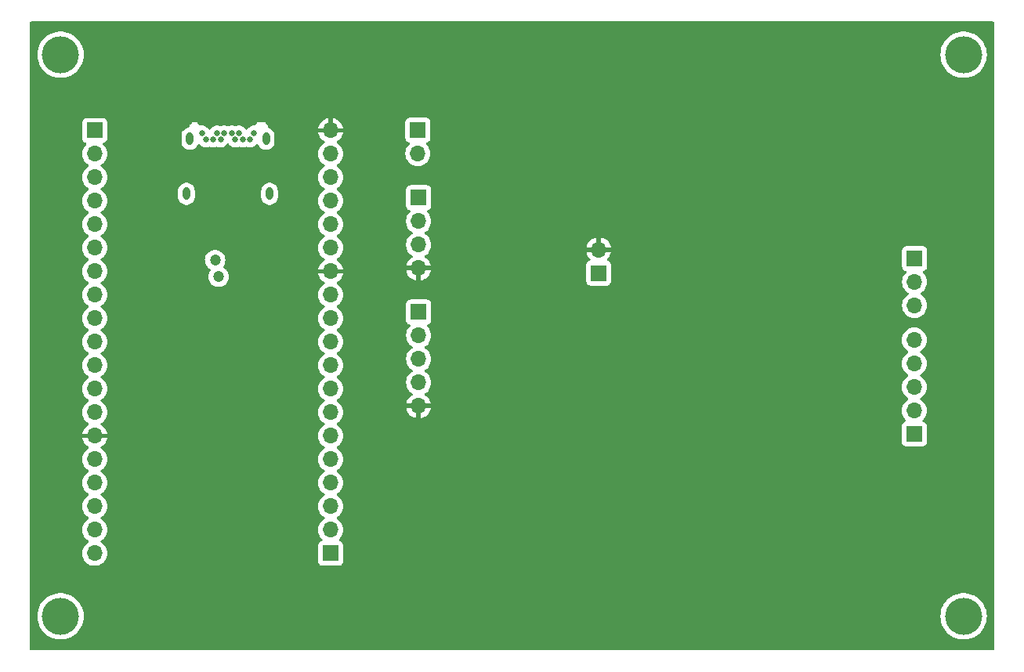
<source format=gbr>
%TF.GenerationSoftware,KiCad,Pcbnew,(7.0.0)*%
%TF.CreationDate,2023-04-14T14:04:57+02:00*%
%TF.ProjectId,display-brain-final,64697370-6c61-4792-9d62-7261696e2d66,rev?*%
%TF.SameCoordinates,Original*%
%TF.FileFunction,Copper,L3,Inr*%
%TF.FilePolarity,Positive*%
%FSLAX46Y46*%
G04 Gerber Fmt 4.6, Leading zero omitted, Abs format (unit mm)*
G04 Created by KiCad (PCBNEW (7.0.0)) date 2023-04-14 14:04:57*
%MOMM*%
%LPD*%
G01*
G04 APERTURE LIST*
%TA.AperFunction,ComponentPad*%
%ADD10C,4.000000*%
%TD*%
%TA.AperFunction,ComponentPad*%
%ADD11R,1.700000X1.700000*%
%TD*%
%TA.AperFunction,ComponentPad*%
%ADD12O,1.700000X1.700000*%
%TD*%
%TA.AperFunction,ComponentPad*%
%ADD13C,0.650000*%
%TD*%
%TA.AperFunction,ComponentPad*%
%ADD14O,0.800000X1.400000*%
%TD*%
%TA.AperFunction,ViaPad*%
%ADD15C,1.200000*%
%TD*%
G04 APERTURE END LIST*
D10*
%TO.N,unconnected-(TP2-Pad1)*%
%TO.C,TP2*%
X129400000Y-52300000D03*
%TD*%
D11*
%TO.N,/3V3*%
%TO.C,J3*%
X133099999Y-60479999D03*
D12*
%TO.N,/EN*%
X133099999Y-63019999D03*
%TO.N,/SENSOR_VP*%
X133099999Y-65559999D03*
%TO.N,/SENSOR_VN*%
X133099999Y-68099999D03*
%TO.N,/IO34*%
X133099999Y-70639999D03*
%TO.N,/IO35*%
X133099999Y-73179999D03*
%TO.N,/IO32*%
X133099999Y-75719999D03*
%TO.N,/IO33*%
X133099999Y-78259999D03*
%TO.N,/IO25*%
X133099999Y-80799999D03*
%TO.N,/IO26*%
X133099999Y-83339999D03*
%TO.N,/IO27*%
X133099999Y-85879999D03*
%TO.N,/IO14*%
X133099999Y-88419999D03*
%TO.N,/IO12*%
X133099999Y-90959999D03*
%TO.N,GND*%
X133099999Y-93499999D03*
%TO.N,/IO13*%
X133099999Y-96039999D03*
%TO.N,/SD2*%
X133099999Y-98579999D03*
%TO.N,/SD3*%
X133099999Y-101119999D03*
%TO.N,/CMD*%
X133099999Y-103659999D03*
%TO.N,/ESP_5V*%
X133099999Y-106199999D03*
%TD*%
D11*
%TO.N,/IO16*%
%TO.C,J8*%
X221699999Y-74319999D03*
D12*
%TO.N,/IO4*%
X221699999Y-76859999D03*
%TO.N,/IO15*%
X221699999Y-79399999D03*
%TD*%
D11*
%TO.N,/5V*%
%TO.C,J5*%
X168099999Y-67759999D03*
D12*
%TO.N,/IO21_SDA*%
X168099999Y-70299999D03*
%TO.N,/IO22_SCL*%
X168099999Y-72839999D03*
%TO.N,GND*%
X168099999Y-75379999D03*
%TD*%
D11*
%TO.N,/CLK*%
%TO.C,J4*%
X158599999Y-106199999D03*
D12*
%TO.N,/SD0*%
X158599999Y-103659999D03*
%TO.N,/SD1*%
X158599999Y-101119999D03*
%TO.N,/IO15*%
X158599999Y-98579999D03*
%TO.N,/IO2*%
X158599999Y-96039999D03*
%TO.N,/IO0*%
X158599999Y-93499999D03*
%TO.N,/IO4*%
X158599999Y-90959999D03*
%TO.N,/IO16*%
X158599999Y-88419999D03*
%TO.N,/IO17*%
X158599999Y-85879999D03*
%TO.N,/IO5_SS*%
X158599999Y-83339999D03*
%TO.N,/IO18_SCK*%
X158599999Y-80799999D03*
%TO.N,/IO19_MISO*%
X158599999Y-78259999D03*
%TO.N,GND*%
X158599999Y-75719999D03*
%TO.N,/IO21_SDA*%
X158599999Y-73179999D03*
%TO.N,/RXD0*%
X158599999Y-70639999D03*
%TO.N,/TXD0*%
X158599999Y-68099999D03*
%TO.N,/IO22_SCL*%
X158599999Y-65559999D03*
%TO.N,/IO23_MOSI*%
X158599999Y-63019999D03*
%TO.N,GND*%
X158599999Y-60479999D03*
%TD*%
D11*
%TO.N,/SENSOR_VP*%
%TO.C,J2*%
X168099999Y-80119999D03*
D12*
%TO.N,/SENSOR_VN*%
X168099999Y-82659999D03*
%TO.N,/IO34*%
X168099999Y-85199999D03*
%TO.N,/5V*%
X168099999Y-87739999D03*
%TO.N,GND*%
X168099999Y-90279999D03*
%TD*%
D11*
%TO.N,/IO0*%
%TO.C,J6*%
X221664577Y-93309757D03*
D12*
%TO.N,/CLK*%
X221664577Y-90769757D03*
%TO.N,/SD1*%
X221664577Y-88229757D03*
%TO.N,/SD0*%
X221664577Y-85689757D03*
%TO.N,/IO2*%
X221664577Y-83149757D03*
%TD*%
D10*
%TO.N,unconnected-(TP3-Pad1)*%
%TO.C,TP3*%
X129400000Y-113000000D03*
%TD*%
%TO.N,unconnected-(TP1-Pad1)*%
%TO.C,TP1*%
X227000000Y-52300000D03*
%TD*%
%TO.N,unconnected-(TP4-Pad1)*%
%TO.C,TP4*%
X227000000Y-113000000D03*
%TD*%
D13*
%TO.N,Net-(FB1-Pad2)*%
%TO.C,P1*%
X150300000Y-60790000D03*
%TO.N,N/C*%
X149900000Y-61490000D03*
X149100000Y-61490000D03*
%TO.N,/5V*%
X148700000Y-60790000D03*
%TO.N,unconnected-(P1-VCONN-PadB5)*%
X148300000Y-61490000D03*
%TO.N,N/C*%
X147900000Y-60790000D03*
X147100000Y-60790000D03*
X146700000Y-61490000D03*
%TO.N,/5V*%
X146300000Y-60790000D03*
%TO.N,N/C*%
X145900000Y-61490000D03*
X145100000Y-61490000D03*
%TO.N,Net-(FB1-Pad2)*%
X144700000Y-60790000D03*
D14*
%TO.N,Net-(P1-SHIELD)*%
X143009999Y-67339999D03*
X143369999Y-61389999D03*
X151629999Y-61389999D03*
X151989999Y-67339999D03*
%TD*%
D11*
%TO.N,/TXD0*%
%TO.C,J7*%
X168024999Y-60449999D03*
D12*
%TO.N,/RXD0*%
X168024999Y-62989999D03*
%TD*%
D11*
%TO.N,/5V*%
%TO.C,J1*%
X187568342Y-75899757D03*
D12*
%TO.N,GND*%
X187568342Y-73359757D03*
%TD*%
D15*
%TO.N,/3V3*%
X146475000Y-76288508D03*
%TO.N,/5V*%
X146110000Y-74510000D03*
%TD*%
%TA.AperFunction,Conductor*%
%TO.N,GND*%
G36*
X230237500Y-48717113D02*
G01*
X230282887Y-48762500D01*
X230299500Y-48824500D01*
X230299500Y-116575500D01*
X230282887Y-116637500D01*
X230237500Y-116682887D01*
X230175500Y-116699500D01*
X126224500Y-116699500D01*
X126162500Y-116682887D01*
X126117113Y-116637500D01*
X126100500Y-116575500D01*
X126100500Y-113000000D01*
X126894556Y-113000000D01*
X126914312Y-113314015D01*
X126915039Y-113317827D01*
X126915041Y-113317841D01*
X126972538Y-113619249D01*
X126973269Y-113623079D01*
X127070497Y-113922315D01*
X127204463Y-114207007D01*
X127206545Y-114210288D01*
X127206548Y-114210293D01*
X127370962Y-114469369D01*
X127370966Y-114469375D01*
X127373053Y-114472663D01*
X127573610Y-114715094D01*
X127802970Y-114930478D01*
X128057516Y-115115416D01*
X128333234Y-115266994D01*
X128625775Y-115382819D01*
X128930527Y-115461066D01*
X129242682Y-115500500D01*
X129553423Y-115500500D01*
X129557318Y-115500500D01*
X129869473Y-115461066D01*
X130174225Y-115382819D01*
X130466766Y-115266994D01*
X130742484Y-115115416D01*
X130997030Y-114930478D01*
X131226390Y-114715094D01*
X131426947Y-114472663D01*
X131595537Y-114207007D01*
X131729503Y-113922315D01*
X131826731Y-113623079D01*
X131885688Y-113314015D01*
X131905444Y-113000000D01*
X224494556Y-113000000D01*
X224514312Y-113314015D01*
X224515039Y-113317827D01*
X224515041Y-113317841D01*
X224572538Y-113619249D01*
X224573269Y-113623079D01*
X224670497Y-113922315D01*
X224804463Y-114207007D01*
X224806545Y-114210288D01*
X224806548Y-114210293D01*
X224970962Y-114469369D01*
X224970966Y-114469375D01*
X224973053Y-114472663D01*
X225173610Y-114715094D01*
X225402970Y-114930478D01*
X225657516Y-115115416D01*
X225933234Y-115266994D01*
X226225775Y-115382819D01*
X226530527Y-115461066D01*
X226842682Y-115500500D01*
X227153423Y-115500500D01*
X227157318Y-115500500D01*
X227469473Y-115461066D01*
X227774225Y-115382819D01*
X228066766Y-115266994D01*
X228342484Y-115115416D01*
X228597030Y-114930478D01*
X228826390Y-114715094D01*
X229026947Y-114472663D01*
X229195537Y-114207007D01*
X229329503Y-113922315D01*
X229426731Y-113623079D01*
X229485688Y-113314015D01*
X229505444Y-113000000D01*
X229485688Y-112685985D01*
X229426731Y-112376921D01*
X229329503Y-112077685D01*
X229195537Y-111792993D01*
X229026947Y-111527337D01*
X228826390Y-111284906D01*
X228597030Y-111069522D01*
X228342484Y-110884584D01*
X228339081Y-110882713D01*
X228339076Y-110882710D01*
X228070183Y-110734884D01*
X228070176Y-110734880D01*
X228066766Y-110733006D01*
X228063140Y-110731570D01*
X228063135Y-110731568D01*
X227777847Y-110618615D01*
X227777846Y-110618614D01*
X227774225Y-110617181D01*
X227770455Y-110616213D01*
X227770452Y-110616212D01*
X227473256Y-110539905D01*
X227473251Y-110539904D01*
X227469473Y-110538934D01*
X227465602Y-110538445D01*
X227465597Y-110538444D01*
X227161184Y-110499988D01*
X227161177Y-110499987D01*
X227157318Y-110499500D01*
X226842682Y-110499500D01*
X226838823Y-110499987D01*
X226838815Y-110499988D01*
X226534402Y-110538444D01*
X226534394Y-110538445D01*
X226530527Y-110538934D01*
X226526751Y-110539903D01*
X226526743Y-110539905D01*
X226229547Y-110616212D01*
X226229539Y-110616214D01*
X226225775Y-110617181D01*
X226222158Y-110618612D01*
X226222152Y-110618615D01*
X225936864Y-110731568D01*
X225936853Y-110731572D01*
X225933234Y-110733006D01*
X225929829Y-110734877D01*
X225929816Y-110734884D01*
X225660923Y-110882710D01*
X225660911Y-110882717D01*
X225657516Y-110884584D01*
X225654372Y-110886867D01*
X225654366Y-110886872D01*
X225406126Y-111067228D01*
X225406115Y-111067236D01*
X225402970Y-111069522D01*
X225400135Y-111072183D01*
X225400128Y-111072190D01*
X225176447Y-111282241D01*
X225176440Y-111282248D01*
X225173610Y-111284906D01*
X225171135Y-111287897D01*
X225171131Y-111287902D01*
X224975536Y-111524334D01*
X224975526Y-111524346D01*
X224973053Y-111527337D01*
X224970971Y-111530616D01*
X224970962Y-111530630D01*
X224806548Y-111789706D01*
X224806541Y-111789717D01*
X224804463Y-111792993D01*
X224802810Y-111796504D01*
X224802807Y-111796511D01*
X224672153Y-112074165D01*
X224670497Y-112077685D01*
X224573269Y-112376921D01*
X224572540Y-112380741D01*
X224572538Y-112380750D01*
X224515041Y-112682158D01*
X224515038Y-112682174D01*
X224514312Y-112685985D01*
X224494556Y-113000000D01*
X131905444Y-113000000D01*
X131885688Y-112685985D01*
X131826731Y-112376921D01*
X131729503Y-112077685D01*
X131595537Y-111792993D01*
X131426947Y-111527337D01*
X131226390Y-111284906D01*
X130997030Y-111069522D01*
X130742484Y-110884584D01*
X130739081Y-110882713D01*
X130739076Y-110882710D01*
X130470183Y-110734884D01*
X130470176Y-110734880D01*
X130466766Y-110733006D01*
X130463140Y-110731570D01*
X130463135Y-110731568D01*
X130177847Y-110618615D01*
X130177846Y-110618614D01*
X130174225Y-110617181D01*
X130170455Y-110616213D01*
X130170452Y-110616212D01*
X129873256Y-110539905D01*
X129873251Y-110539904D01*
X129869473Y-110538934D01*
X129865602Y-110538445D01*
X129865597Y-110538444D01*
X129561184Y-110499988D01*
X129561177Y-110499987D01*
X129557318Y-110499500D01*
X129242682Y-110499500D01*
X129238823Y-110499987D01*
X129238815Y-110499988D01*
X128934402Y-110538444D01*
X128934394Y-110538445D01*
X128930527Y-110538934D01*
X128926751Y-110539903D01*
X128926743Y-110539905D01*
X128629547Y-110616212D01*
X128629539Y-110616214D01*
X128625775Y-110617181D01*
X128622158Y-110618612D01*
X128622152Y-110618615D01*
X128336864Y-110731568D01*
X128336853Y-110731572D01*
X128333234Y-110733006D01*
X128329829Y-110734877D01*
X128329816Y-110734884D01*
X128060923Y-110882710D01*
X128060911Y-110882717D01*
X128057516Y-110884584D01*
X128054372Y-110886867D01*
X128054366Y-110886872D01*
X127806126Y-111067228D01*
X127806115Y-111067236D01*
X127802970Y-111069522D01*
X127800135Y-111072183D01*
X127800128Y-111072190D01*
X127576447Y-111282241D01*
X127576440Y-111282248D01*
X127573610Y-111284906D01*
X127571135Y-111287897D01*
X127571131Y-111287902D01*
X127375536Y-111524334D01*
X127375526Y-111524346D01*
X127373053Y-111527337D01*
X127370971Y-111530616D01*
X127370962Y-111530630D01*
X127206548Y-111789706D01*
X127206541Y-111789717D01*
X127204463Y-111792993D01*
X127202810Y-111796504D01*
X127202807Y-111796511D01*
X127072153Y-112074165D01*
X127070497Y-112077685D01*
X126973269Y-112376921D01*
X126972540Y-112380741D01*
X126972538Y-112380750D01*
X126915041Y-112682158D01*
X126915038Y-112682174D01*
X126914312Y-112685985D01*
X126894556Y-113000000D01*
X126100500Y-113000000D01*
X126100500Y-106200000D01*
X131744341Y-106200000D01*
X131764937Y-106435408D01*
X131766336Y-106440630D01*
X131766337Y-106440634D01*
X131824694Y-106658430D01*
X131824697Y-106658438D01*
X131826097Y-106663663D01*
X131828385Y-106668570D01*
X131828386Y-106668572D01*
X131923678Y-106872927D01*
X131923681Y-106872933D01*
X131925965Y-106877830D01*
X131929064Y-106882257D01*
X131929066Y-106882259D01*
X132058399Y-107066966D01*
X132058402Y-107066970D01*
X132061505Y-107071401D01*
X132228599Y-107238495D01*
X132233031Y-107241598D01*
X132233033Y-107241600D01*
X132377260Y-107342589D01*
X132422170Y-107374035D01*
X132636337Y-107473903D01*
X132864592Y-107535063D01*
X133100000Y-107555659D01*
X133335408Y-107535063D01*
X133563663Y-107473903D01*
X133777830Y-107374035D01*
X133971401Y-107238495D01*
X134138495Y-107071401D01*
X134274035Y-106877830D01*
X134373903Y-106663663D01*
X134435063Y-106435408D01*
X134455659Y-106200000D01*
X134435063Y-105964592D01*
X134373903Y-105736337D01*
X134274035Y-105522171D01*
X134138495Y-105328599D01*
X133971401Y-105161505D01*
X133966970Y-105158402D01*
X133966966Y-105158399D01*
X133785841Y-105031574D01*
X133746976Y-104987256D01*
X133732965Y-104929999D01*
X133746976Y-104872742D01*
X133785839Y-104828426D01*
X133971401Y-104698495D01*
X134138495Y-104531401D01*
X134274035Y-104337830D01*
X134373903Y-104123663D01*
X134435063Y-103895408D01*
X134455659Y-103660000D01*
X157244341Y-103660000D01*
X157264937Y-103895408D01*
X157266336Y-103900630D01*
X157266337Y-103900634D01*
X157324694Y-104118430D01*
X157324697Y-104118438D01*
X157326097Y-104123663D01*
X157328385Y-104128570D01*
X157328386Y-104128572D01*
X157423678Y-104332927D01*
X157423681Y-104332933D01*
X157425965Y-104337830D01*
X157429064Y-104342257D01*
X157429066Y-104342259D01*
X157558399Y-104526966D01*
X157558402Y-104526970D01*
X157561505Y-104531401D01*
X157565336Y-104535232D01*
X157683430Y-104653326D01*
X157714726Y-104706072D01*
X157716915Y-104767365D01*
X157689462Y-104822210D01*
X157639083Y-104857189D01*
X157523702Y-104900223D01*
X157507669Y-104906204D01*
X157500572Y-104911516D01*
X157500568Y-104911519D01*
X157399550Y-104987141D01*
X157399546Y-104987144D01*
X157392454Y-104992454D01*
X157387144Y-104999546D01*
X157387141Y-104999550D01*
X157311519Y-105100568D01*
X157311516Y-105100572D01*
X157306204Y-105107669D01*
X157303104Y-105115978D01*
X157303104Y-105115980D01*
X157258620Y-105235247D01*
X157258619Y-105235250D01*
X157255909Y-105242517D01*
X157255079Y-105250227D01*
X157255079Y-105250232D01*
X157249855Y-105298819D01*
X157249854Y-105298831D01*
X157249500Y-105302127D01*
X157249500Y-105305448D01*
X157249500Y-105305449D01*
X157249500Y-107094560D01*
X157249500Y-107094578D01*
X157249501Y-107097872D01*
X157249853Y-107101150D01*
X157249854Y-107101161D01*
X157255079Y-107149768D01*
X157255080Y-107149773D01*
X157255909Y-107157483D01*
X157258619Y-107164749D01*
X157258620Y-107164753D01*
X157284695Y-107234663D01*
X157306204Y-107292331D01*
X157311518Y-107299430D01*
X157311519Y-107299431D01*
X157367367Y-107374035D01*
X157392454Y-107407546D01*
X157507669Y-107493796D01*
X157642517Y-107544091D01*
X157702127Y-107550500D01*
X159497872Y-107550499D01*
X159557483Y-107544091D01*
X159692331Y-107493796D01*
X159807546Y-107407546D01*
X159893796Y-107292331D01*
X159944091Y-107157483D01*
X159950500Y-107097873D01*
X159950499Y-105302128D01*
X159944091Y-105242517D01*
X159893796Y-105107669D01*
X159807546Y-104992454D01*
X159692331Y-104906204D01*
X159622359Y-104880106D01*
X159560916Y-104857189D01*
X159510537Y-104822210D01*
X159483084Y-104767365D01*
X159485273Y-104706072D01*
X159516566Y-104653329D01*
X159638495Y-104531401D01*
X159774035Y-104337830D01*
X159873903Y-104123663D01*
X159935063Y-103895408D01*
X159955659Y-103660000D01*
X159935063Y-103424592D01*
X159873903Y-103196337D01*
X159774035Y-102982171D01*
X159638495Y-102788599D01*
X159471401Y-102621505D01*
X159466968Y-102618401D01*
X159466961Y-102618395D01*
X159285842Y-102491575D01*
X159246976Y-102447257D01*
X159232965Y-102390000D01*
X159246976Y-102332743D01*
X159285842Y-102288425D01*
X159466961Y-102161604D01*
X159466961Y-102161603D01*
X159471401Y-102158495D01*
X159638495Y-101991401D01*
X159774035Y-101797830D01*
X159873903Y-101583663D01*
X159935063Y-101355408D01*
X159955659Y-101120000D01*
X159935063Y-100884592D01*
X159873903Y-100656337D01*
X159774035Y-100442171D01*
X159638495Y-100248599D01*
X159471401Y-100081505D01*
X159466968Y-100078401D01*
X159466961Y-100078395D01*
X159285842Y-99951575D01*
X159246976Y-99907257D01*
X159232965Y-99850000D01*
X159246976Y-99792743D01*
X159285842Y-99748425D01*
X159466961Y-99621604D01*
X159466961Y-99621603D01*
X159471401Y-99618495D01*
X159638495Y-99451401D01*
X159774035Y-99257830D01*
X159873903Y-99043663D01*
X159935063Y-98815408D01*
X159955659Y-98580000D01*
X159935063Y-98344592D01*
X159873903Y-98116337D01*
X159774035Y-97902171D01*
X159638495Y-97708599D01*
X159471401Y-97541505D01*
X159466970Y-97538402D01*
X159466966Y-97538399D01*
X159285841Y-97411574D01*
X159246976Y-97367256D01*
X159232965Y-97309999D01*
X159246976Y-97252742D01*
X159285839Y-97208426D01*
X159471401Y-97078495D01*
X159638495Y-96911401D01*
X159774035Y-96717830D01*
X159873903Y-96503663D01*
X159935063Y-96275408D01*
X159955659Y-96040000D01*
X159935063Y-95804592D01*
X159873903Y-95576337D01*
X159774035Y-95362171D01*
X159638495Y-95168599D01*
X159471401Y-95001505D01*
X159466968Y-94998401D01*
X159466961Y-94998395D01*
X159285842Y-94871575D01*
X159246976Y-94827257D01*
X159232965Y-94770000D01*
X159246976Y-94712743D01*
X159285842Y-94668425D01*
X159466961Y-94541604D01*
X159466961Y-94541603D01*
X159471401Y-94538495D01*
X159638495Y-94371401D01*
X159774035Y-94177830D01*
X159873903Y-93963663D01*
X159935063Y-93735408D01*
X159955659Y-93500000D01*
X159935063Y-93264592D01*
X159873903Y-93036337D01*
X159774035Y-92822171D01*
X159638495Y-92628599D01*
X159471401Y-92461505D01*
X159466968Y-92458401D01*
X159466961Y-92458395D01*
X159285842Y-92331575D01*
X159246976Y-92287257D01*
X159232965Y-92230000D01*
X159246976Y-92172743D01*
X159285842Y-92128425D01*
X159466961Y-92001604D01*
X159466961Y-92001603D01*
X159471401Y-91998495D01*
X159638495Y-91831401D01*
X159774035Y-91637830D01*
X159873903Y-91423663D01*
X159935063Y-91195408D01*
X159955659Y-90960000D01*
X159935063Y-90724592D01*
X159883606Y-90532551D01*
X166772688Y-90532551D01*
X166773056Y-90543780D01*
X166825168Y-90738263D01*
X166828856Y-90748397D01*
X166924113Y-90952676D01*
X166929501Y-90962008D01*
X167058784Y-91146643D01*
X167065721Y-91154909D01*
X167225090Y-91314278D01*
X167233356Y-91321215D01*
X167417991Y-91450498D01*
X167427323Y-91455886D01*
X167631602Y-91551143D01*
X167641736Y-91554831D01*
X167836219Y-91606943D01*
X167847448Y-91607311D01*
X167850000Y-91596369D01*
X168350000Y-91596369D01*
X168352551Y-91607311D01*
X168363780Y-91606943D01*
X168558263Y-91554831D01*
X168568397Y-91551143D01*
X168772676Y-91455886D01*
X168782008Y-91450498D01*
X168966643Y-91321215D01*
X168974909Y-91314278D01*
X169134278Y-91154909D01*
X169141215Y-91146643D01*
X169270498Y-90962008D01*
X169275886Y-90952676D01*
X169361182Y-90769758D01*
X220308919Y-90769758D01*
X220309391Y-90775153D01*
X220324922Y-90952676D01*
X220329515Y-91005166D01*
X220330914Y-91010388D01*
X220330915Y-91010392D01*
X220389272Y-91228188D01*
X220389275Y-91228196D01*
X220390675Y-91233421D01*
X220392963Y-91238328D01*
X220392964Y-91238330D01*
X220488256Y-91442685D01*
X220488259Y-91442691D01*
X220490543Y-91447588D01*
X220493642Y-91452015D01*
X220493644Y-91452017D01*
X220622977Y-91636724D01*
X220622980Y-91636728D01*
X220626083Y-91641159D01*
X220629914Y-91644990D01*
X220748008Y-91763084D01*
X220779304Y-91815830D01*
X220781493Y-91877123D01*
X220754040Y-91931968D01*
X220703661Y-91966947D01*
X220588280Y-92009981D01*
X220572247Y-92015962D01*
X220565150Y-92021274D01*
X220565146Y-92021277D01*
X220464128Y-92096899D01*
X220464124Y-92096902D01*
X220457032Y-92102212D01*
X220451722Y-92109304D01*
X220451719Y-92109308D01*
X220376097Y-92210326D01*
X220376094Y-92210330D01*
X220370782Y-92217427D01*
X220367682Y-92225736D01*
X220367682Y-92225738D01*
X220323198Y-92345005D01*
X220323197Y-92345008D01*
X220320487Y-92352275D01*
X220319657Y-92359985D01*
X220319657Y-92359990D01*
X220314433Y-92408577D01*
X220314432Y-92408589D01*
X220314078Y-92411885D01*
X220314078Y-92415206D01*
X220314078Y-92415207D01*
X220314078Y-94204318D01*
X220314078Y-94204336D01*
X220314079Y-94207630D01*
X220314431Y-94210908D01*
X220314432Y-94210919D01*
X220319657Y-94259526D01*
X220319658Y-94259531D01*
X220320487Y-94267241D01*
X220323197Y-94274507D01*
X220323198Y-94274511D01*
X220356795Y-94364589D01*
X220370782Y-94402089D01*
X220457032Y-94517304D01*
X220572247Y-94603554D01*
X220707095Y-94653849D01*
X220766705Y-94660258D01*
X222562450Y-94660257D01*
X222622061Y-94653849D01*
X222756909Y-94603554D01*
X222872124Y-94517304D01*
X222958374Y-94402089D01*
X223008669Y-94267241D01*
X223015078Y-94207631D01*
X223015077Y-92411886D01*
X223008669Y-92352275D01*
X222958374Y-92217427D01*
X222872124Y-92102212D01*
X222756909Y-92015962D01*
X222686937Y-91989864D01*
X222625494Y-91966947D01*
X222575115Y-91931968D01*
X222547662Y-91877123D01*
X222549851Y-91815830D01*
X222581144Y-91763087D01*
X222703073Y-91641159D01*
X222838613Y-91447588D01*
X222938481Y-91233421D01*
X222999641Y-91005166D01*
X223020237Y-90769758D01*
X222999641Y-90534350D01*
X222938481Y-90306095D01*
X222838613Y-90091929D01*
X222703073Y-89898357D01*
X222535979Y-89731263D01*
X222531548Y-89728160D01*
X222531544Y-89728157D01*
X222350419Y-89601332D01*
X222311554Y-89557014D01*
X222297543Y-89499757D01*
X222311554Y-89442500D01*
X222350417Y-89398184D01*
X222535979Y-89268253D01*
X222703073Y-89101159D01*
X222838613Y-88907588D01*
X222938481Y-88693421D01*
X222999641Y-88465166D01*
X223020237Y-88229758D01*
X222999641Y-87994350D01*
X222938481Y-87766095D01*
X222838613Y-87551929D01*
X222703073Y-87358357D01*
X222535979Y-87191263D01*
X222531546Y-87188159D01*
X222531539Y-87188153D01*
X222350420Y-87061333D01*
X222311554Y-87017015D01*
X222297543Y-86959758D01*
X222311554Y-86902501D01*
X222350420Y-86858183D01*
X222531539Y-86731362D01*
X222531539Y-86731361D01*
X222535979Y-86728253D01*
X222703073Y-86561159D01*
X222838613Y-86367588D01*
X222938481Y-86153421D01*
X222999641Y-85925166D01*
X223020237Y-85689758D01*
X222999641Y-85454350D01*
X222938481Y-85226095D01*
X222838613Y-85011929D01*
X222703073Y-84818357D01*
X222535979Y-84651263D01*
X222531548Y-84648160D01*
X222531544Y-84648157D01*
X222350419Y-84521332D01*
X222311554Y-84477014D01*
X222297543Y-84419757D01*
X222311554Y-84362500D01*
X222350417Y-84318184D01*
X222535979Y-84188253D01*
X222703073Y-84021159D01*
X222838613Y-83827588D01*
X222938481Y-83613421D01*
X222999641Y-83385166D01*
X223020237Y-83149758D01*
X222999641Y-82914350D01*
X222938481Y-82686095D01*
X222838613Y-82471929D01*
X222703073Y-82278357D01*
X222535979Y-82111263D01*
X222531548Y-82108160D01*
X222531544Y-82108157D01*
X222346837Y-81978824D01*
X222346835Y-81978822D01*
X222342408Y-81975723D01*
X222337511Y-81973439D01*
X222337505Y-81973436D01*
X222133150Y-81878144D01*
X222133148Y-81878143D01*
X222128241Y-81875855D01*
X222123016Y-81874455D01*
X222123008Y-81874452D01*
X221905212Y-81816095D01*
X221905208Y-81816094D01*
X221899986Y-81814695D01*
X221894598Y-81814223D01*
X221894595Y-81814223D01*
X221669973Y-81794571D01*
X221664578Y-81794099D01*
X221659183Y-81794571D01*
X221434560Y-81814223D01*
X221434555Y-81814223D01*
X221429170Y-81814695D01*
X221423949Y-81816093D01*
X221423943Y-81816095D01*
X221206147Y-81874452D01*
X221206135Y-81874456D01*
X221200915Y-81875855D01*
X221196010Y-81878141D01*
X221196005Y-81878144D01*
X220991659Y-81973433D01*
X220991655Y-81973435D01*
X220986749Y-81975723D01*
X220982316Y-81978826D01*
X220982309Y-81978831D01*
X220797612Y-82108157D01*
X220797607Y-82108160D01*
X220793177Y-82111263D01*
X220789353Y-82115086D01*
X220789347Y-82115092D01*
X220629912Y-82274527D01*
X220629906Y-82274533D01*
X220626083Y-82278357D01*
X220622980Y-82282787D01*
X220622977Y-82282792D01*
X220493651Y-82467489D01*
X220493646Y-82467496D01*
X220490543Y-82471929D01*
X220488255Y-82476835D01*
X220488253Y-82476839D01*
X220392964Y-82681185D01*
X220392961Y-82681190D01*
X220390675Y-82686095D01*
X220389276Y-82691315D01*
X220389272Y-82691327D01*
X220330915Y-82909123D01*
X220330913Y-82909129D01*
X220329515Y-82914350D01*
X220308919Y-83149758D01*
X220309391Y-83155153D01*
X220325373Y-83337830D01*
X220329515Y-83385166D01*
X220330914Y-83390388D01*
X220330915Y-83390392D01*
X220389272Y-83608188D01*
X220389275Y-83608196D01*
X220390675Y-83613421D01*
X220392963Y-83618328D01*
X220392964Y-83618330D01*
X220488256Y-83822685D01*
X220488259Y-83822691D01*
X220490543Y-83827588D01*
X220493642Y-83832015D01*
X220493644Y-83832017D01*
X220622977Y-84016724D01*
X220622980Y-84016728D01*
X220626083Y-84021159D01*
X220793177Y-84188253D01*
X220797610Y-84191357D01*
X220797616Y-84191362D01*
X220978736Y-84318183D01*
X221017602Y-84362501D01*
X221031613Y-84419758D01*
X221017602Y-84477015D01*
X220978738Y-84521332D01*
X220793177Y-84651263D01*
X220789353Y-84655086D01*
X220789347Y-84655092D01*
X220629912Y-84814527D01*
X220629906Y-84814533D01*
X220626083Y-84818357D01*
X220622980Y-84822787D01*
X220622977Y-84822792D01*
X220493651Y-85007489D01*
X220493646Y-85007496D01*
X220490543Y-85011929D01*
X220488255Y-85016835D01*
X220488253Y-85016839D01*
X220392964Y-85221185D01*
X220392961Y-85221190D01*
X220390675Y-85226095D01*
X220389276Y-85231315D01*
X220389272Y-85231327D01*
X220330915Y-85449123D01*
X220330913Y-85449129D01*
X220329515Y-85454350D01*
X220308919Y-85689758D01*
X220309391Y-85695153D01*
X220325373Y-85877830D01*
X220329515Y-85925166D01*
X220330914Y-85930388D01*
X220330915Y-85930392D01*
X220389272Y-86148188D01*
X220389275Y-86148196D01*
X220390675Y-86153421D01*
X220392963Y-86158328D01*
X220392964Y-86158330D01*
X220488256Y-86362685D01*
X220488259Y-86362691D01*
X220490543Y-86367588D01*
X220493642Y-86372015D01*
X220493644Y-86372017D01*
X220622977Y-86556724D01*
X220622980Y-86556728D01*
X220626083Y-86561159D01*
X220793177Y-86728253D01*
X220797610Y-86731357D01*
X220797616Y-86731362D01*
X220978736Y-86858183D01*
X221017602Y-86902501D01*
X221031613Y-86959758D01*
X221017602Y-87017015D01*
X220978737Y-87061333D01*
X220797619Y-87188153D01*
X220793177Y-87191263D01*
X220789353Y-87195086D01*
X220789347Y-87195092D01*
X220629912Y-87354527D01*
X220629906Y-87354533D01*
X220626083Y-87358357D01*
X220622980Y-87362787D01*
X220622977Y-87362792D01*
X220493651Y-87547489D01*
X220493646Y-87547496D01*
X220490543Y-87551929D01*
X220488255Y-87556835D01*
X220488253Y-87556839D01*
X220392964Y-87761185D01*
X220392961Y-87761190D01*
X220390675Y-87766095D01*
X220389276Y-87771315D01*
X220389272Y-87771327D01*
X220330915Y-87989123D01*
X220330913Y-87989129D01*
X220329515Y-87994350D01*
X220308919Y-88229758D01*
X220309391Y-88235153D01*
X220325373Y-88417830D01*
X220329515Y-88465166D01*
X220330914Y-88470388D01*
X220330915Y-88470392D01*
X220389272Y-88688188D01*
X220389275Y-88688196D01*
X220390675Y-88693421D01*
X220392963Y-88698328D01*
X220392964Y-88698330D01*
X220488256Y-88902685D01*
X220488259Y-88902691D01*
X220490543Y-88907588D01*
X220493642Y-88912015D01*
X220493644Y-88912017D01*
X220622977Y-89096724D01*
X220622980Y-89096728D01*
X220626083Y-89101159D01*
X220793177Y-89268253D01*
X220797610Y-89271357D01*
X220797616Y-89271362D01*
X220978736Y-89398183D01*
X221017602Y-89442501D01*
X221031613Y-89499758D01*
X221017602Y-89557015D01*
X220978738Y-89601332D01*
X220793177Y-89731263D01*
X220789353Y-89735086D01*
X220789347Y-89735092D01*
X220629912Y-89894527D01*
X220629906Y-89894533D01*
X220626083Y-89898357D01*
X220622980Y-89902787D01*
X220622977Y-89902792D01*
X220493651Y-90087489D01*
X220493646Y-90087496D01*
X220490543Y-90091929D01*
X220488255Y-90096835D01*
X220488253Y-90096839D01*
X220392964Y-90301185D01*
X220392961Y-90301190D01*
X220390675Y-90306095D01*
X220389276Y-90311315D01*
X220389272Y-90311327D01*
X220330915Y-90529123D01*
X220330913Y-90529129D01*
X220329515Y-90534350D01*
X220329043Y-90539735D01*
X220329043Y-90539740D01*
X220310788Y-90748397D01*
X220308919Y-90769758D01*
X169361182Y-90769758D01*
X169371143Y-90748397D01*
X169374831Y-90738263D01*
X169426943Y-90543780D01*
X169427311Y-90532551D01*
X169416369Y-90530000D01*
X168366326Y-90530000D01*
X168353450Y-90533450D01*
X168350000Y-90546326D01*
X168350000Y-91596369D01*
X167850000Y-91596369D01*
X167850000Y-90546326D01*
X167846549Y-90533450D01*
X167833674Y-90530000D01*
X166783631Y-90530000D01*
X166772688Y-90532551D01*
X159883606Y-90532551D01*
X159873903Y-90496337D01*
X159774035Y-90282171D01*
X159638495Y-90088599D01*
X159471401Y-89921505D01*
X159466968Y-89918401D01*
X159466961Y-89918395D01*
X159285842Y-89791575D01*
X159246976Y-89747257D01*
X159232965Y-89690000D01*
X159246976Y-89632743D01*
X159285842Y-89588425D01*
X159466961Y-89461604D01*
X159466961Y-89461603D01*
X159471401Y-89458495D01*
X159638495Y-89291401D01*
X159774035Y-89097830D01*
X159873903Y-88883663D01*
X159935063Y-88655408D01*
X159955659Y-88420000D01*
X159935063Y-88184592D01*
X159873903Y-87956337D01*
X159774035Y-87742171D01*
X159772515Y-87740000D01*
X166744341Y-87740000D01*
X166764937Y-87975408D01*
X166766336Y-87980630D01*
X166766337Y-87980634D01*
X166824694Y-88198430D01*
X166824697Y-88198438D01*
X166826097Y-88203663D01*
X166828385Y-88208570D01*
X166828386Y-88208572D01*
X166923678Y-88412927D01*
X166923681Y-88412933D01*
X166925965Y-88417830D01*
X166929064Y-88422257D01*
X166929066Y-88422259D01*
X167058399Y-88606966D01*
X167058402Y-88606970D01*
X167061505Y-88611401D01*
X167228599Y-88778495D01*
X167233031Y-88781598D01*
X167233033Y-88781600D01*
X167414595Y-88908731D01*
X167453460Y-88953049D01*
X167467471Y-89010306D01*
X167453460Y-89067563D01*
X167414595Y-89111881D01*
X167233352Y-89238788D01*
X167225092Y-89245719D01*
X167065719Y-89405092D01*
X167058784Y-89413357D01*
X166929508Y-89597982D01*
X166924110Y-89607332D01*
X166828856Y-89811602D01*
X166825168Y-89821736D01*
X166773056Y-90016219D01*
X166772688Y-90027448D01*
X166783631Y-90030000D01*
X169416369Y-90030000D01*
X169427311Y-90027448D01*
X169426943Y-90016219D01*
X169374831Y-89821736D01*
X169371143Y-89811602D01*
X169275889Y-89607332D01*
X169270491Y-89597982D01*
X169141215Y-89413357D01*
X169134280Y-89405092D01*
X168974909Y-89245721D01*
X168966643Y-89238784D01*
X168785405Y-89111880D01*
X168746540Y-89067562D01*
X168732529Y-89010305D01*
X168746540Y-88953048D01*
X168785406Y-88908730D01*
X168821206Y-88883663D01*
X168971401Y-88778495D01*
X169138495Y-88611401D01*
X169274035Y-88417830D01*
X169373903Y-88203663D01*
X169435063Y-87975408D01*
X169455659Y-87740000D01*
X169435063Y-87504592D01*
X169373903Y-87276337D01*
X169274035Y-87062171D01*
X169138495Y-86868599D01*
X168971401Y-86701505D01*
X168966968Y-86698401D01*
X168966961Y-86698395D01*
X168785842Y-86571575D01*
X168746976Y-86527257D01*
X168732965Y-86470000D01*
X168746976Y-86412743D01*
X168785842Y-86368425D01*
X168966961Y-86241604D01*
X168966961Y-86241603D01*
X168971401Y-86238495D01*
X169138495Y-86071401D01*
X169274035Y-85877830D01*
X169373903Y-85663663D01*
X169435063Y-85435408D01*
X169455659Y-85200000D01*
X169435063Y-84964592D01*
X169373903Y-84736337D01*
X169274035Y-84522171D01*
X169138495Y-84328599D01*
X168971401Y-84161505D01*
X168966968Y-84158401D01*
X168966961Y-84158395D01*
X168785842Y-84031575D01*
X168746976Y-83987257D01*
X168732965Y-83930000D01*
X168746976Y-83872743D01*
X168785842Y-83828425D01*
X168966961Y-83701604D01*
X168966961Y-83701603D01*
X168971401Y-83698495D01*
X169138495Y-83531401D01*
X169274035Y-83337830D01*
X169373903Y-83123663D01*
X169435063Y-82895408D01*
X169455659Y-82660000D01*
X169435063Y-82424592D01*
X169373903Y-82196337D01*
X169274035Y-81982171D01*
X169138495Y-81788599D01*
X169016569Y-81666673D01*
X168985273Y-81613927D01*
X168983084Y-81552634D01*
X169010537Y-81497789D01*
X169060916Y-81462810D01*
X169192331Y-81413796D01*
X169307546Y-81327546D01*
X169393796Y-81212331D01*
X169444091Y-81077483D01*
X169450500Y-81017873D01*
X169450499Y-79400000D01*
X220344341Y-79400000D01*
X220344813Y-79405395D01*
X220364110Y-79625965D01*
X220364937Y-79635408D01*
X220366336Y-79640630D01*
X220366337Y-79640634D01*
X220424694Y-79858430D01*
X220424697Y-79858438D01*
X220426097Y-79863663D01*
X220428385Y-79868570D01*
X220428386Y-79868572D01*
X220523678Y-80072927D01*
X220523681Y-80072933D01*
X220525965Y-80077830D01*
X220529064Y-80082257D01*
X220529066Y-80082259D01*
X220658399Y-80266966D01*
X220658402Y-80266970D01*
X220661505Y-80271401D01*
X220828599Y-80438495D01*
X221022170Y-80574035D01*
X221236337Y-80673903D01*
X221464592Y-80735063D01*
X221700000Y-80755659D01*
X221935408Y-80735063D01*
X222163663Y-80673903D01*
X222377830Y-80574035D01*
X222571401Y-80438495D01*
X222738495Y-80271401D01*
X222874035Y-80077830D01*
X222973903Y-79863663D01*
X223035063Y-79635408D01*
X223055659Y-79400000D01*
X223035063Y-79164592D01*
X222973903Y-78936337D01*
X222874035Y-78722171D01*
X222738495Y-78528599D01*
X222571401Y-78361505D01*
X222566968Y-78358401D01*
X222566961Y-78358395D01*
X222385842Y-78231575D01*
X222346976Y-78187257D01*
X222332965Y-78130000D01*
X222346976Y-78072743D01*
X222385842Y-78028425D01*
X222566961Y-77901604D01*
X222566961Y-77901603D01*
X222571401Y-77898495D01*
X222738495Y-77731401D01*
X222874035Y-77537830D01*
X222973903Y-77323663D01*
X223035063Y-77095408D01*
X223055659Y-76860000D01*
X223035063Y-76624592D01*
X222973903Y-76396337D01*
X222874035Y-76182171D01*
X222738495Y-75988599D01*
X222616569Y-75866673D01*
X222585273Y-75813927D01*
X222583084Y-75752634D01*
X222610537Y-75697789D01*
X222660916Y-75662810D01*
X222792331Y-75613796D01*
X222907546Y-75527546D01*
X222993796Y-75412331D01*
X223044091Y-75277483D01*
X223050500Y-75217873D01*
X223050499Y-73422128D01*
X223044091Y-73362517D01*
X222993796Y-73227669D01*
X222907546Y-73112454D01*
X222792331Y-73026204D01*
X222657483Y-72975909D01*
X222649770Y-72975079D01*
X222649767Y-72975079D01*
X222601180Y-72969855D01*
X222601169Y-72969854D01*
X222597873Y-72969500D01*
X222594550Y-72969500D01*
X220805439Y-72969500D01*
X220805420Y-72969500D01*
X220802128Y-72969501D01*
X220798850Y-72969853D01*
X220798838Y-72969854D01*
X220750231Y-72975079D01*
X220750225Y-72975080D01*
X220742517Y-72975909D01*
X220735252Y-72978618D01*
X220735246Y-72978620D01*
X220615980Y-73023104D01*
X220615978Y-73023104D01*
X220607669Y-73026204D01*
X220600572Y-73031516D01*
X220600568Y-73031519D01*
X220499550Y-73107141D01*
X220499546Y-73107144D01*
X220492454Y-73112454D01*
X220487144Y-73119546D01*
X220487141Y-73119550D01*
X220411519Y-73220568D01*
X220411516Y-73220572D01*
X220406204Y-73227669D01*
X220403104Y-73235978D01*
X220403104Y-73235980D01*
X220358620Y-73355247D01*
X220358619Y-73355250D01*
X220355909Y-73362517D01*
X220355079Y-73370227D01*
X220355079Y-73370232D01*
X220349855Y-73418819D01*
X220349854Y-73418831D01*
X220349500Y-73422127D01*
X220349500Y-73425448D01*
X220349500Y-73425449D01*
X220349500Y-75214560D01*
X220349500Y-75214578D01*
X220349501Y-75217872D01*
X220349853Y-75221150D01*
X220349854Y-75221161D01*
X220355079Y-75269768D01*
X220355080Y-75269773D01*
X220355909Y-75277483D01*
X220358619Y-75284749D01*
X220358620Y-75284753D01*
X220363994Y-75299160D01*
X220406204Y-75412331D01*
X220411518Y-75419430D01*
X220411519Y-75419431D01*
X220464333Y-75489982D01*
X220492454Y-75527546D01*
X220607669Y-75613796D01*
X220694887Y-75646326D01*
X220739082Y-75662810D01*
X220789462Y-75697789D01*
X220816915Y-75752633D01*
X220814726Y-75813926D01*
X220783430Y-75866673D01*
X220661505Y-75988599D01*
X220658402Y-75993029D01*
X220658399Y-75993034D01*
X220529073Y-76177731D01*
X220529068Y-76177738D01*
X220525965Y-76182171D01*
X220523677Y-76187077D01*
X220523675Y-76187081D01*
X220428386Y-76391427D01*
X220428383Y-76391432D01*
X220426097Y-76396337D01*
X220424698Y-76401557D01*
X220424694Y-76401569D01*
X220366337Y-76619365D01*
X220366335Y-76619371D01*
X220364937Y-76624592D01*
X220364465Y-76629977D01*
X220364465Y-76629982D01*
X220349798Y-76797630D01*
X220344341Y-76860000D01*
X220344813Y-76865395D01*
X220364110Y-77085965D01*
X220364937Y-77095408D01*
X220366336Y-77100630D01*
X220366337Y-77100634D01*
X220424694Y-77318430D01*
X220424697Y-77318438D01*
X220426097Y-77323663D01*
X220428385Y-77328570D01*
X220428386Y-77328572D01*
X220523678Y-77532927D01*
X220523681Y-77532933D01*
X220525965Y-77537830D01*
X220529064Y-77542257D01*
X220529066Y-77542259D01*
X220658399Y-77726966D01*
X220658402Y-77726970D01*
X220661505Y-77731401D01*
X220828599Y-77898495D01*
X220833032Y-77901599D01*
X220833038Y-77901604D01*
X221014158Y-78028425D01*
X221053024Y-78072743D01*
X221067035Y-78130000D01*
X221053024Y-78187257D01*
X221014159Y-78231575D01*
X220833041Y-78358395D01*
X220828599Y-78361505D01*
X220824775Y-78365328D01*
X220824769Y-78365334D01*
X220665334Y-78524769D01*
X220665328Y-78524775D01*
X220661505Y-78528599D01*
X220658402Y-78533029D01*
X220658399Y-78533034D01*
X220529073Y-78717731D01*
X220529068Y-78717738D01*
X220525965Y-78722171D01*
X220523677Y-78727077D01*
X220523675Y-78727081D01*
X220428386Y-78931427D01*
X220428383Y-78931432D01*
X220426097Y-78936337D01*
X220424698Y-78941557D01*
X220424694Y-78941569D01*
X220366337Y-79159365D01*
X220366335Y-79159371D01*
X220364937Y-79164592D01*
X220364465Y-79169977D01*
X220364465Y-79169982D01*
X220353557Y-79294663D01*
X220344341Y-79400000D01*
X169450499Y-79400000D01*
X169450499Y-79222128D01*
X169444091Y-79162517D01*
X169393796Y-79027669D01*
X169307546Y-78912454D01*
X169192331Y-78826204D01*
X169057483Y-78775909D01*
X169049770Y-78775079D01*
X169049767Y-78775079D01*
X169001180Y-78769855D01*
X169001169Y-78769854D01*
X168997873Y-78769500D01*
X168994550Y-78769500D01*
X167205439Y-78769500D01*
X167205420Y-78769500D01*
X167202128Y-78769501D01*
X167198850Y-78769853D01*
X167198838Y-78769854D01*
X167150231Y-78775079D01*
X167150225Y-78775080D01*
X167142517Y-78775909D01*
X167135252Y-78778618D01*
X167135246Y-78778620D01*
X167015980Y-78823104D01*
X167015978Y-78823104D01*
X167007669Y-78826204D01*
X167000572Y-78831516D01*
X167000568Y-78831519D01*
X166899550Y-78907141D01*
X166899546Y-78907144D01*
X166892454Y-78912454D01*
X166887144Y-78919546D01*
X166887141Y-78919550D01*
X166811519Y-79020568D01*
X166811516Y-79020572D01*
X166806204Y-79027669D01*
X166803104Y-79035978D01*
X166803104Y-79035980D01*
X166758620Y-79155247D01*
X166758619Y-79155250D01*
X166755909Y-79162517D01*
X166755079Y-79170227D01*
X166755079Y-79170232D01*
X166749855Y-79218819D01*
X166749854Y-79218831D01*
X166749500Y-79222127D01*
X166749500Y-79225448D01*
X166749500Y-79225449D01*
X166749500Y-81014560D01*
X166749500Y-81014578D01*
X166749501Y-81017872D01*
X166749853Y-81021150D01*
X166749854Y-81021161D01*
X166755079Y-81069768D01*
X166755080Y-81069773D01*
X166755909Y-81077483D01*
X166758619Y-81084749D01*
X166758620Y-81084753D01*
X166792217Y-81174831D01*
X166806204Y-81212331D01*
X166892454Y-81327546D01*
X167007669Y-81413796D01*
X167117405Y-81454725D01*
X167139082Y-81462810D01*
X167189462Y-81497789D01*
X167216915Y-81552633D01*
X167214726Y-81613926D01*
X167183431Y-81666672D01*
X167061505Y-81788599D01*
X167058402Y-81793029D01*
X167058399Y-81793034D01*
X166929073Y-81977731D01*
X166929068Y-81977738D01*
X166925965Y-81982171D01*
X166923677Y-81987077D01*
X166923675Y-81987081D01*
X166828386Y-82191427D01*
X166828383Y-82191432D01*
X166826097Y-82196337D01*
X166824698Y-82201557D01*
X166824694Y-82201569D01*
X166766337Y-82419365D01*
X166766335Y-82419371D01*
X166764937Y-82424592D01*
X166764465Y-82429977D01*
X166764465Y-82429982D01*
X166760366Y-82476839D01*
X166744341Y-82660000D01*
X166764937Y-82895408D01*
X166766336Y-82900630D01*
X166766337Y-82900634D01*
X166824694Y-83118430D01*
X166824697Y-83118438D01*
X166826097Y-83123663D01*
X166828385Y-83128570D01*
X166828386Y-83128572D01*
X166923678Y-83332927D01*
X166923681Y-83332933D01*
X166925965Y-83337830D01*
X166929064Y-83342257D01*
X166929066Y-83342259D01*
X167058399Y-83526966D01*
X167058402Y-83526970D01*
X167061505Y-83531401D01*
X167228599Y-83698495D01*
X167233032Y-83701599D01*
X167233038Y-83701604D01*
X167414158Y-83828425D01*
X167453024Y-83872743D01*
X167467035Y-83930000D01*
X167453024Y-83987257D01*
X167414159Y-84031575D01*
X167233041Y-84158395D01*
X167228599Y-84161505D01*
X167224775Y-84165328D01*
X167224769Y-84165334D01*
X167065334Y-84324769D01*
X167065328Y-84324775D01*
X167061505Y-84328599D01*
X167058402Y-84333029D01*
X167058399Y-84333034D01*
X166929073Y-84517731D01*
X166929068Y-84517738D01*
X166925965Y-84522171D01*
X166923677Y-84527077D01*
X166923675Y-84527081D01*
X166828386Y-84731427D01*
X166828383Y-84731432D01*
X166826097Y-84736337D01*
X166824698Y-84741557D01*
X166824694Y-84741569D01*
X166766337Y-84959365D01*
X166766335Y-84959371D01*
X166764937Y-84964592D01*
X166764465Y-84969977D01*
X166764465Y-84969982D01*
X166760366Y-85016839D01*
X166744341Y-85200000D01*
X166764937Y-85435408D01*
X166766336Y-85440630D01*
X166766337Y-85440634D01*
X166824694Y-85658430D01*
X166824697Y-85658438D01*
X166826097Y-85663663D01*
X166828385Y-85668570D01*
X166828386Y-85668572D01*
X166923678Y-85872927D01*
X166923681Y-85872933D01*
X166925965Y-85877830D01*
X166929064Y-85882257D01*
X166929066Y-85882259D01*
X167058399Y-86066966D01*
X167058402Y-86066970D01*
X167061505Y-86071401D01*
X167228599Y-86238495D01*
X167233032Y-86241599D01*
X167233038Y-86241604D01*
X167414158Y-86368425D01*
X167453024Y-86412743D01*
X167467035Y-86470000D01*
X167453024Y-86527257D01*
X167414159Y-86571575D01*
X167233041Y-86698395D01*
X167228599Y-86701505D01*
X167224775Y-86705328D01*
X167224769Y-86705334D01*
X167065334Y-86864769D01*
X167065328Y-86864775D01*
X167061505Y-86868599D01*
X167058402Y-86873029D01*
X167058399Y-86873034D01*
X166929073Y-87057731D01*
X166929068Y-87057738D01*
X166925965Y-87062171D01*
X166923677Y-87067077D01*
X166923675Y-87067081D01*
X166828386Y-87271427D01*
X166828383Y-87271432D01*
X166826097Y-87276337D01*
X166824698Y-87281557D01*
X166824694Y-87281569D01*
X166766337Y-87499365D01*
X166766335Y-87499371D01*
X166764937Y-87504592D01*
X166764465Y-87509977D01*
X166764465Y-87509982D01*
X166760366Y-87556839D01*
X166744341Y-87740000D01*
X159772515Y-87740000D01*
X159638495Y-87548599D01*
X159471401Y-87381505D01*
X159466968Y-87378401D01*
X159466961Y-87378395D01*
X159285842Y-87251575D01*
X159246976Y-87207257D01*
X159232965Y-87150000D01*
X159246976Y-87092743D01*
X159285842Y-87048425D01*
X159466961Y-86921604D01*
X159466961Y-86921603D01*
X159471401Y-86918495D01*
X159638495Y-86751401D01*
X159774035Y-86557830D01*
X159873903Y-86343663D01*
X159935063Y-86115408D01*
X159955659Y-85880000D01*
X159935063Y-85644592D01*
X159873903Y-85416337D01*
X159774035Y-85202171D01*
X159638495Y-85008599D01*
X159471401Y-84841505D01*
X159466968Y-84838401D01*
X159466961Y-84838395D01*
X159285842Y-84711575D01*
X159246976Y-84667257D01*
X159232965Y-84610000D01*
X159246976Y-84552743D01*
X159285842Y-84508425D01*
X159466961Y-84381604D01*
X159466961Y-84381603D01*
X159471401Y-84378495D01*
X159638495Y-84211401D01*
X159774035Y-84017830D01*
X159873903Y-83803663D01*
X159935063Y-83575408D01*
X159955659Y-83340000D01*
X159935063Y-83104592D01*
X159873903Y-82876337D01*
X159774035Y-82662171D01*
X159638495Y-82468599D01*
X159471401Y-82301505D01*
X159466968Y-82298401D01*
X159466961Y-82298395D01*
X159285842Y-82171575D01*
X159246976Y-82127257D01*
X159232965Y-82070000D01*
X159246976Y-82012743D01*
X159285842Y-81968425D01*
X159466961Y-81841604D01*
X159466961Y-81841603D01*
X159471401Y-81838495D01*
X159638495Y-81671401D01*
X159774035Y-81477830D01*
X159873903Y-81263663D01*
X159935063Y-81035408D01*
X159955659Y-80800000D01*
X159935063Y-80564592D01*
X159873903Y-80336337D01*
X159774035Y-80122171D01*
X159638495Y-79928599D01*
X159471401Y-79761505D01*
X159466970Y-79758402D01*
X159466966Y-79758399D01*
X159285841Y-79631574D01*
X159246976Y-79587256D01*
X159232965Y-79529999D01*
X159246976Y-79472742D01*
X159285839Y-79428426D01*
X159471401Y-79298495D01*
X159638495Y-79131401D01*
X159774035Y-78937830D01*
X159873903Y-78723663D01*
X159935063Y-78495408D01*
X159955659Y-78260000D01*
X159935063Y-78024592D01*
X159873903Y-77796337D01*
X159774035Y-77582171D01*
X159638495Y-77388599D01*
X159471401Y-77221505D01*
X159466970Y-77218402D01*
X159466966Y-77218399D01*
X159285405Y-77091269D01*
X159246540Y-77046951D01*
X159232529Y-76989694D01*
X159246540Y-76932437D01*
X159285406Y-76888119D01*
X159419342Y-76794336D01*
X186217843Y-76794336D01*
X186217844Y-76797630D01*
X186218196Y-76800908D01*
X186218197Y-76800919D01*
X186223422Y-76849526D01*
X186223423Y-76849531D01*
X186224252Y-76857241D01*
X186226962Y-76864507D01*
X186226963Y-76864511D01*
X186237975Y-76894035D01*
X186274547Y-76992089D01*
X186279861Y-76999188D01*
X186279862Y-76999189D01*
X186351891Y-77095408D01*
X186360797Y-77107304D01*
X186476012Y-77193554D01*
X186610860Y-77243849D01*
X186670470Y-77250258D01*
X188466215Y-77250257D01*
X188525826Y-77243849D01*
X188660674Y-77193554D01*
X188775889Y-77107304D01*
X188862139Y-76992089D01*
X188912434Y-76857241D01*
X188918843Y-76797631D01*
X188918842Y-75001886D01*
X188912434Y-74942275D01*
X188862139Y-74807427D01*
X188775889Y-74692212D01*
X188767215Y-74685719D01*
X188667774Y-74611277D01*
X188667773Y-74611276D01*
X188660674Y-74605962D01*
X188610981Y-74587427D01*
X188528744Y-74556755D01*
X188478364Y-74521776D01*
X188450911Y-74466931D01*
X188453100Y-74405638D01*
X188484396Y-74352891D01*
X188602627Y-74234660D01*
X188609558Y-74226401D01*
X188738841Y-74041766D01*
X188744229Y-74032434D01*
X188839486Y-73828155D01*
X188843174Y-73818021D01*
X188895286Y-73623538D01*
X188895654Y-73612309D01*
X188884712Y-73609758D01*
X186251974Y-73609758D01*
X186241031Y-73612309D01*
X186241399Y-73623538D01*
X186293511Y-73818021D01*
X186297199Y-73828155D01*
X186392456Y-74032434D01*
X186397844Y-74041766D01*
X186527127Y-74226401D01*
X186534064Y-74234667D01*
X186652289Y-74352892D01*
X186683585Y-74405638D01*
X186685774Y-74466931D01*
X186658321Y-74521776D01*
X186607942Y-74556755D01*
X186500999Y-74596642D01*
X186476012Y-74605962D01*
X186468915Y-74611274D01*
X186468911Y-74611277D01*
X186367893Y-74686899D01*
X186367889Y-74686902D01*
X186360797Y-74692212D01*
X186355487Y-74699304D01*
X186355484Y-74699308D01*
X186279862Y-74800326D01*
X186279859Y-74800330D01*
X186274547Y-74807427D01*
X186271447Y-74815736D01*
X186271447Y-74815738D01*
X186226963Y-74935005D01*
X186226962Y-74935008D01*
X186224252Y-74942275D01*
X186223422Y-74949985D01*
X186223422Y-74949990D01*
X186218198Y-74998577D01*
X186218197Y-74998589D01*
X186217843Y-75001885D01*
X186217843Y-75005206D01*
X186217843Y-75005207D01*
X186217843Y-76794318D01*
X186217843Y-76794336D01*
X159419342Y-76794336D01*
X159466638Y-76761219D01*
X159474909Y-76754278D01*
X159634278Y-76594909D01*
X159641215Y-76586643D01*
X159770498Y-76402008D01*
X159775886Y-76392676D01*
X159871143Y-76188397D01*
X159874831Y-76178263D01*
X159926943Y-75983780D01*
X159927311Y-75972551D01*
X159916369Y-75970000D01*
X157283631Y-75970000D01*
X157272688Y-75972551D01*
X157273056Y-75983780D01*
X157325168Y-76178263D01*
X157328856Y-76188397D01*
X157424113Y-76392676D01*
X157429501Y-76402008D01*
X157558784Y-76586643D01*
X157565721Y-76594909D01*
X157725090Y-76754278D01*
X157733356Y-76761215D01*
X157914595Y-76888120D01*
X157953460Y-76932438D01*
X157967471Y-76989695D01*
X157953460Y-77046952D01*
X157914594Y-77091270D01*
X157733034Y-77218399D01*
X157733029Y-77218402D01*
X157728599Y-77221505D01*
X157724775Y-77225328D01*
X157724769Y-77225334D01*
X157565334Y-77384769D01*
X157565328Y-77384775D01*
X157561505Y-77388599D01*
X157558402Y-77393029D01*
X157558399Y-77393034D01*
X157429073Y-77577731D01*
X157429068Y-77577738D01*
X157425965Y-77582171D01*
X157423677Y-77587077D01*
X157423675Y-77587081D01*
X157328386Y-77791427D01*
X157328383Y-77791432D01*
X157326097Y-77796337D01*
X157324698Y-77801557D01*
X157324694Y-77801569D01*
X157266337Y-78019365D01*
X157266335Y-78019371D01*
X157264937Y-78024592D01*
X157264465Y-78029977D01*
X157264465Y-78029982D01*
X157260724Y-78072743D01*
X157244341Y-78260000D01*
X157244813Y-78265395D01*
X157252949Y-78358395D01*
X157264937Y-78495408D01*
X157266336Y-78500630D01*
X157266337Y-78500634D01*
X157324694Y-78718430D01*
X157324697Y-78718438D01*
X157326097Y-78723663D01*
X157328385Y-78728570D01*
X157328386Y-78728572D01*
X157423678Y-78932927D01*
X157423681Y-78932933D01*
X157425965Y-78937830D01*
X157429064Y-78942257D01*
X157429066Y-78942259D01*
X157558399Y-79126966D01*
X157558402Y-79126970D01*
X157561505Y-79131401D01*
X157728599Y-79298495D01*
X157733032Y-79301599D01*
X157733038Y-79301604D01*
X157914158Y-79428425D01*
X157953024Y-79472743D01*
X157967035Y-79530000D01*
X157953024Y-79587257D01*
X157914160Y-79631574D01*
X157728599Y-79761505D01*
X157724775Y-79765328D01*
X157724769Y-79765334D01*
X157565334Y-79924769D01*
X157565328Y-79924775D01*
X157561505Y-79928599D01*
X157558402Y-79933029D01*
X157558399Y-79933034D01*
X157429073Y-80117731D01*
X157429068Y-80117738D01*
X157425965Y-80122171D01*
X157423677Y-80127077D01*
X157423675Y-80127081D01*
X157328386Y-80331427D01*
X157328383Y-80331432D01*
X157326097Y-80336337D01*
X157324698Y-80341557D01*
X157324694Y-80341569D01*
X157266337Y-80559365D01*
X157266335Y-80559371D01*
X157264937Y-80564592D01*
X157264465Y-80569977D01*
X157264465Y-80569982D01*
X157250145Y-80733662D01*
X157244341Y-80800000D01*
X157244813Y-80805395D01*
X157263690Y-81021161D01*
X157264937Y-81035408D01*
X157266336Y-81040630D01*
X157266337Y-81040634D01*
X157324694Y-81258430D01*
X157324697Y-81258438D01*
X157326097Y-81263663D01*
X157328385Y-81268570D01*
X157328386Y-81268572D01*
X157423678Y-81472927D01*
X157423681Y-81472933D01*
X157425965Y-81477830D01*
X157429064Y-81482257D01*
X157429066Y-81482259D01*
X157558399Y-81666966D01*
X157558402Y-81666970D01*
X157561505Y-81671401D01*
X157728599Y-81838495D01*
X157733032Y-81841599D01*
X157733038Y-81841604D01*
X157914158Y-81968425D01*
X157953024Y-82012743D01*
X157967035Y-82070000D01*
X157953024Y-82127257D01*
X157914159Y-82171575D01*
X157733041Y-82298395D01*
X157728599Y-82301505D01*
X157724775Y-82305328D01*
X157724769Y-82305334D01*
X157565334Y-82464769D01*
X157565328Y-82464775D01*
X157561505Y-82468599D01*
X157558402Y-82473029D01*
X157558399Y-82473034D01*
X157429073Y-82657731D01*
X157429068Y-82657738D01*
X157425965Y-82662171D01*
X157423677Y-82667077D01*
X157423675Y-82667081D01*
X157328386Y-82871427D01*
X157328383Y-82871432D01*
X157326097Y-82876337D01*
X157324698Y-82881557D01*
X157324694Y-82881569D01*
X157266337Y-83099365D01*
X157266335Y-83099371D01*
X157264937Y-83104592D01*
X157244341Y-83340000D01*
X157264937Y-83575408D01*
X157266336Y-83580630D01*
X157266337Y-83580634D01*
X157324694Y-83798430D01*
X157324697Y-83798438D01*
X157326097Y-83803663D01*
X157328385Y-83808570D01*
X157328386Y-83808572D01*
X157423678Y-84012927D01*
X157423681Y-84012933D01*
X157425965Y-84017830D01*
X157429064Y-84022257D01*
X157429066Y-84022259D01*
X157558399Y-84206966D01*
X157558402Y-84206970D01*
X157561505Y-84211401D01*
X157728599Y-84378495D01*
X157733032Y-84381599D01*
X157733038Y-84381604D01*
X157914158Y-84508425D01*
X157953024Y-84552743D01*
X157967035Y-84610000D01*
X157953024Y-84667257D01*
X157914159Y-84711575D01*
X157733041Y-84838395D01*
X157728599Y-84841505D01*
X157724775Y-84845328D01*
X157724769Y-84845334D01*
X157565334Y-85004769D01*
X157565328Y-85004775D01*
X157561505Y-85008599D01*
X157558402Y-85013029D01*
X157558399Y-85013034D01*
X157429073Y-85197731D01*
X157429068Y-85197738D01*
X157425965Y-85202171D01*
X157423677Y-85207077D01*
X157423675Y-85207081D01*
X157328386Y-85411427D01*
X157328383Y-85411432D01*
X157326097Y-85416337D01*
X157324698Y-85421557D01*
X157324694Y-85421569D01*
X157266337Y-85639365D01*
X157266335Y-85639371D01*
X157264937Y-85644592D01*
X157244341Y-85880000D01*
X157264937Y-86115408D01*
X157266336Y-86120630D01*
X157266337Y-86120634D01*
X157324694Y-86338430D01*
X157324697Y-86338438D01*
X157326097Y-86343663D01*
X157328385Y-86348570D01*
X157328386Y-86348572D01*
X157423678Y-86552927D01*
X157423681Y-86552933D01*
X157425965Y-86557830D01*
X157429064Y-86562257D01*
X157429066Y-86562259D01*
X157558399Y-86746966D01*
X157558402Y-86746970D01*
X157561505Y-86751401D01*
X157728599Y-86918495D01*
X157733032Y-86921599D01*
X157733038Y-86921604D01*
X157914158Y-87048425D01*
X157953024Y-87092743D01*
X157967035Y-87150000D01*
X157953024Y-87207257D01*
X157914159Y-87251575D01*
X157733041Y-87378395D01*
X157728599Y-87381505D01*
X157724775Y-87385328D01*
X157724769Y-87385334D01*
X157565334Y-87544769D01*
X157565328Y-87544775D01*
X157561505Y-87548599D01*
X157558402Y-87553029D01*
X157558399Y-87553034D01*
X157429073Y-87737731D01*
X157429068Y-87737738D01*
X157425965Y-87742171D01*
X157423677Y-87747077D01*
X157423675Y-87747081D01*
X157328386Y-87951427D01*
X157328383Y-87951432D01*
X157326097Y-87956337D01*
X157324698Y-87961557D01*
X157324694Y-87961569D01*
X157266337Y-88179365D01*
X157266335Y-88179371D01*
X157264937Y-88184592D01*
X157244341Y-88420000D01*
X157264937Y-88655408D01*
X157266336Y-88660630D01*
X157266337Y-88660634D01*
X157324694Y-88878430D01*
X157324697Y-88878438D01*
X157326097Y-88883663D01*
X157328385Y-88888570D01*
X157328386Y-88888572D01*
X157423678Y-89092927D01*
X157423681Y-89092933D01*
X157425965Y-89097830D01*
X157429064Y-89102257D01*
X157429066Y-89102259D01*
X157558399Y-89286966D01*
X157558402Y-89286970D01*
X157561505Y-89291401D01*
X157728599Y-89458495D01*
X157733032Y-89461599D01*
X157733038Y-89461604D01*
X157914158Y-89588425D01*
X157953024Y-89632743D01*
X157967035Y-89690000D01*
X157953024Y-89747257D01*
X157914159Y-89791575D01*
X157733041Y-89918395D01*
X157728599Y-89921505D01*
X157724775Y-89925328D01*
X157724769Y-89925334D01*
X157565334Y-90084769D01*
X157565328Y-90084775D01*
X157561505Y-90088599D01*
X157558402Y-90093029D01*
X157558399Y-90093034D01*
X157429073Y-90277731D01*
X157429068Y-90277738D01*
X157425965Y-90282171D01*
X157423677Y-90287077D01*
X157423675Y-90287081D01*
X157328386Y-90491427D01*
X157328383Y-90491432D01*
X157326097Y-90496337D01*
X157324698Y-90501557D01*
X157324694Y-90501569D01*
X157266337Y-90719365D01*
X157266335Y-90719371D01*
X157264937Y-90724592D01*
X157244341Y-90960000D01*
X157244813Y-90965395D01*
X157261393Y-91154909D01*
X157264937Y-91195408D01*
X157266336Y-91200630D01*
X157266337Y-91200634D01*
X157324694Y-91418430D01*
X157324697Y-91418438D01*
X157326097Y-91423663D01*
X157328385Y-91428570D01*
X157328386Y-91428572D01*
X157423678Y-91632927D01*
X157423681Y-91632933D01*
X157425965Y-91637830D01*
X157429064Y-91642257D01*
X157429066Y-91642259D01*
X157558399Y-91826966D01*
X157558402Y-91826970D01*
X157561505Y-91831401D01*
X157728599Y-91998495D01*
X157733032Y-92001599D01*
X157733038Y-92001604D01*
X157914158Y-92128425D01*
X157953024Y-92172743D01*
X157967035Y-92230000D01*
X157953024Y-92287257D01*
X157914159Y-92331575D01*
X157733041Y-92458395D01*
X157728599Y-92461505D01*
X157724775Y-92465328D01*
X157724769Y-92465334D01*
X157565334Y-92624769D01*
X157565328Y-92624775D01*
X157561505Y-92628599D01*
X157558402Y-92633029D01*
X157558399Y-92633034D01*
X157429073Y-92817731D01*
X157429068Y-92817738D01*
X157425965Y-92822171D01*
X157423677Y-92827077D01*
X157423675Y-92827081D01*
X157328386Y-93031427D01*
X157328383Y-93031432D01*
X157326097Y-93036337D01*
X157324698Y-93041557D01*
X157324694Y-93041569D01*
X157266337Y-93259365D01*
X157266335Y-93259371D01*
X157264937Y-93264592D01*
X157244341Y-93500000D01*
X157264937Y-93735408D01*
X157266336Y-93740630D01*
X157266337Y-93740634D01*
X157324694Y-93958430D01*
X157324697Y-93958438D01*
X157326097Y-93963663D01*
X157328385Y-93968570D01*
X157328386Y-93968572D01*
X157423678Y-94172927D01*
X157423681Y-94172933D01*
X157425965Y-94177830D01*
X157429064Y-94182257D01*
X157429066Y-94182259D01*
X157558399Y-94366966D01*
X157558402Y-94366970D01*
X157561505Y-94371401D01*
X157728599Y-94538495D01*
X157733032Y-94541599D01*
X157733038Y-94541604D01*
X157914158Y-94668425D01*
X157953024Y-94712743D01*
X157967035Y-94770000D01*
X157953024Y-94827257D01*
X157914159Y-94871575D01*
X157733041Y-94998395D01*
X157728599Y-95001505D01*
X157724775Y-95005328D01*
X157724769Y-95005334D01*
X157565334Y-95164769D01*
X157565328Y-95164775D01*
X157561505Y-95168599D01*
X157558402Y-95173029D01*
X157558399Y-95173034D01*
X157429073Y-95357731D01*
X157429068Y-95357738D01*
X157425965Y-95362171D01*
X157423677Y-95367077D01*
X157423675Y-95367081D01*
X157328386Y-95571427D01*
X157328383Y-95571432D01*
X157326097Y-95576337D01*
X157324698Y-95581557D01*
X157324694Y-95581569D01*
X157266337Y-95799365D01*
X157266335Y-95799371D01*
X157264937Y-95804592D01*
X157244341Y-96040000D01*
X157264937Y-96275408D01*
X157266336Y-96280630D01*
X157266337Y-96280634D01*
X157324694Y-96498430D01*
X157324697Y-96498438D01*
X157326097Y-96503663D01*
X157328385Y-96508570D01*
X157328386Y-96508572D01*
X157423678Y-96712927D01*
X157423681Y-96712933D01*
X157425965Y-96717830D01*
X157429064Y-96722257D01*
X157429066Y-96722259D01*
X157558399Y-96906966D01*
X157558402Y-96906970D01*
X157561505Y-96911401D01*
X157728599Y-97078495D01*
X157733032Y-97081599D01*
X157733038Y-97081604D01*
X157914158Y-97208425D01*
X157953024Y-97252743D01*
X157967035Y-97310000D01*
X157953024Y-97367257D01*
X157914160Y-97411574D01*
X157728599Y-97541505D01*
X157724775Y-97545328D01*
X157724769Y-97545334D01*
X157565334Y-97704769D01*
X157565328Y-97704775D01*
X157561505Y-97708599D01*
X157558402Y-97713029D01*
X157558399Y-97713034D01*
X157429073Y-97897731D01*
X157429068Y-97897738D01*
X157425965Y-97902171D01*
X157423677Y-97907077D01*
X157423675Y-97907081D01*
X157328386Y-98111427D01*
X157328383Y-98111432D01*
X157326097Y-98116337D01*
X157324698Y-98121557D01*
X157324694Y-98121569D01*
X157266337Y-98339365D01*
X157266335Y-98339371D01*
X157264937Y-98344592D01*
X157244341Y-98580000D01*
X157264937Y-98815408D01*
X157266336Y-98820630D01*
X157266337Y-98820634D01*
X157324694Y-99038430D01*
X157324697Y-99038438D01*
X157326097Y-99043663D01*
X157328385Y-99048570D01*
X157328386Y-99048572D01*
X157423678Y-99252927D01*
X157423681Y-99252933D01*
X157425965Y-99257830D01*
X157429064Y-99262257D01*
X157429066Y-99262259D01*
X157558399Y-99446966D01*
X157558402Y-99446970D01*
X157561505Y-99451401D01*
X157728599Y-99618495D01*
X157733032Y-99621599D01*
X157733038Y-99621604D01*
X157914158Y-99748425D01*
X157953024Y-99792743D01*
X157967035Y-99850000D01*
X157953024Y-99907257D01*
X157914159Y-99951575D01*
X157733041Y-100078395D01*
X157728599Y-100081505D01*
X157724775Y-100085328D01*
X157724769Y-100085334D01*
X157565334Y-100244769D01*
X157565328Y-100244775D01*
X157561505Y-100248599D01*
X157558402Y-100253029D01*
X157558399Y-100253034D01*
X157429073Y-100437731D01*
X157429068Y-100437738D01*
X157425965Y-100442171D01*
X157423677Y-100447077D01*
X157423675Y-100447081D01*
X157328386Y-100651427D01*
X157328383Y-100651432D01*
X157326097Y-100656337D01*
X157324698Y-100661557D01*
X157324694Y-100661569D01*
X157266337Y-100879365D01*
X157266335Y-100879371D01*
X157264937Y-100884592D01*
X157244341Y-101120000D01*
X157264937Y-101355408D01*
X157266336Y-101360630D01*
X157266337Y-101360634D01*
X157324694Y-101578430D01*
X157324697Y-101578438D01*
X157326097Y-101583663D01*
X157328385Y-101588570D01*
X157328386Y-101588572D01*
X157423678Y-101792927D01*
X157423681Y-101792933D01*
X157425965Y-101797830D01*
X157429064Y-101802257D01*
X157429066Y-101802259D01*
X157558399Y-101986966D01*
X157558402Y-101986970D01*
X157561505Y-101991401D01*
X157728599Y-102158495D01*
X157733032Y-102161599D01*
X157733038Y-102161604D01*
X157914158Y-102288425D01*
X157953024Y-102332743D01*
X157967035Y-102390000D01*
X157953024Y-102447257D01*
X157914159Y-102491575D01*
X157733041Y-102618395D01*
X157728599Y-102621505D01*
X157724775Y-102625328D01*
X157724769Y-102625334D01*
X157565334Y-102784769D01*
X157565328Y-102784775D01*
X157561505Y-102788599D01*
X157558402Y-102793029D01*
X157558399Y-102793034D01*
X157429073Y-102977731D01*
X157429068Y-102977738D01*
X157425965Y-102982171D01*
X157423677Y-102987077D01*
X157423675Y-102987081D01*
X157328386Y-103191427D01*
X157328383Y-103191432D01*
X157326097Y-103196337D01*
X157324698Y-103201557D01*
X157324694Y-103201569D01*
X157266337Y-103419365D01*
X157266335Y-103419371D01*
X157264937Y-103424592D01*
X157244341Y-103660000D01*
X134455659Y-103660000D01*
X134435063Y-103424592D01*
X134373903Y-103196337D01*
X134274035Y-102982171D01*
X134138495Y-102788599D01*
X133971401Y-102621505D01*
X133966968Y-102618401D01*
X133966961Y-102618395D01*
X133785842Y-102491575D01*
X133746976Y-102447257D01*
X133732965Y-102390000D01*
X133746976Y-102332743D01*
X133785842Y-102288425D01*
X133966961Y-102161604D01*
X133966961Y-102161603D01*
X133971401Y-102158495D01*
X134138495Y-101991401D01*
X134274035Y-101797830D01*
X134373903Y-101583663D01*
X134435063Y-101355408D01*
X134455659Y-101120000D01*
X134435063Y-100884592D01*
X134373903Y-100656337D01*
X134274035Y-100442171D01*
X134138495Y-100248599D01*
X133971401Y-100081505D01*
X133966968Y-100078401D01*
X133966961Y-100078395D01*
X133785842Y-99951575D01*
X133746976Y-99907257D01*
X133732965Y-99850000D01*
X133746976Y-99792743D01*
X133785842Y-99748425D01*
X133966961Y-99621604D01*
X133966961Y-99621603D01*
X133971401Y-99618495D01*
X134138495Y-99451401D01*
X134274035Y-99257830D01*
X134373903Y-99043663D01*
X134435063Y-98815408D01*
X134455659Y-98580000D01*
X134435063Y-98344592D01*
X134373903Y-98116337D01*
X134274035Y-97902171D01*
X134138495Y-97708599D01*
X133971401Y-97541505D01*
X133966970Y-97538402D01*
X133966966Y-97538399D01*
X133785841Y-97411574D01*
X133746976Y-97367256D01*
X133732965Y-97309999D01*
X133746976Y-97252742D01*
X133785839Y-97208426D01*
X133971401Y-97078495D01*
X134138495Y-96911401D01*
X134274035Y-96717830D01*
X134373903Y-96503663D01*
X134435063Y-96275408D01*
X134455659Y-96040000D01*
X134435063Y-95804592D01*
X134373903Y-95576337D01*
X134274035Y-95362171D01*
X134138495Y-95168599D01*
X133971401Y-95001505D01*
X133966970Y-94998402D01*
X133966966Y-94998399D01*
X133785405Y-94871269D01*
X133746540Y-94826951D01*
X133732529Y-94769694D01*
X133746540Y-94712437D01*
X133785406Y-94668119D01*
X133966638Y-94541219D01*
X133974909Y-94534278D01*
X134134278Y-94374909D01*
X134141215Y-94366643D01*
X134270498Y-94182008D01*
X134275886Y-94172676D01*
X134371143Y-93968397D01*
X134374831Y-93958263D01*
X134426943Y-93763780D01*
X134427311Y-93752551D01*
X134416369Y-93750000D01*
X131783631Y-93750000D01*
X131772688Y-93752551D01*
X131773056Y-93763780D01*
X131825168Y-93958263D01*
X131828856Y-93968397D01*
X131924113Y-94172676D01*
X131929501Y-94182008D01*
X132058784Y-94366643D01*
X132065721Y-94374909D01*
X132225090Y-94534278D01*
X132233356Y-94541215D01*
X132414595Y-94668120D01*
X132453460Y-94712438D01*
X132467471Y-94769695D01*
X132453460Y-94826952D01*
X132414594Y-94871270D01*
X132233034Y-94998399D01*
X132233029Y-94998402D01*
X132228599Y-95001505D01*
X132224775Y-95005328D01*
X132224769Y-95005334D01*
X132065334Y-95164769D01*
X132065328Y-95164775D01*
X132061505Y-95168599D01*
X132058402Y-95173029D01*
X132058399Y-95173034D01*
X131929073Y-95357731D01*
X131929068Y-95357738D01*
X131925965Y-95362171D01*
X131923677Y-95367077D01*
X131923675Y-95367081D01*
X131828386Y-95571427D01*
X131828383Y-95571432D01*
X131826097Y-95576337D01*
X131824698Y-95581557D01*
X131824694Y-95581569D01*
X131766337Y-95799365D01*
X131766335Y-95799371D01*
X131764937Y-95804592D01*
X131744341Y-96040000D01*
X131764937Y-96275408D01*
X131766336Y-96280630D01*
X131766337Y-96280634D01*
X131824694Y-96498430D01*
X131824697Y-96498438D01*
X131826097Y-96503663D01*
X131828385Y-96508570D01*
X131828386Y-96508572D01*
X131923678Y-96712927D01*
X131923681Y-96712933D01*
X131925965Y-96717830D01*
X131929064Y-96722257D01*
X131929066Y-96722259D01*
X132058399Y-96906966D01*
X132058402Y-96906970D01*
X132061505Y-96911401D01*
X132228599Y-97078495D01*
X132233032Y-97081599D01*
X132233038Y-97081604D01*
X132414158Y-97208425D01*
X132453024Y-97252743D01*
X132467035Y-97310000D01*
X132453024Y-97367257D01*
X132414160Y-97411574D01*
X132228599Y-97541505D01*
X132224775Y-97545328D01*
X132224769Y-97545334D01*
X132065334Y-97704769D01*
X132065328Y-97704775D01*
X132061505Y-97708599D01*
X132058402Y-97713029D01*
X132058399Y-97713034D01*
X131929073Y-97897731D01*
X131929068Y-97897738D01*
X131925965Y-97902171D01*
X131923677Y-97907077D01*
X131923675Y-97907081D01*
X131828386Y-98111427D01*
X131828383Y-98111432D01*
X131826097Y-98116337D01*
X131824698Y-98121557D01*
X131824694Y-98121569D01*
X131766337Y-98339365D01*
X131766335Y-98339371D01*
X131764937Y-98344592D01*
X131744341Y-98580000D01*
X131764937Y-98815408D01*
X131766336Y-98820630D01*
X131766337Y-98820634D01*
X131824694Y-99038430D01*
X131824697Y-99038438D01*
X131826097Y-99043663D01*
X131828385Y-99048570D01*
X131828386Y-99048572D01*
X131923678Y-99252927D01*
X131923681Y-99252933D01*
X131925965Y-99257830D01*
X131929064Y-99262257D01*
X131929066Y-99262259D01*
X132058399Y-99446966D01*
X132058402Y-99446970D01*
X132061505Y-99451401D01*
X132228599Y-99618495D01*
X132233032Y-99621599D01*
X132233038Y-99621604D01*
X132414158Y-99748425D01*
X132453024Y-99792743D01*
X132467035Y-99850000D01*
X132453024Y-99907257D01*
X132414159Y-99951575D01*
X132233041Y-100078395D01*
X132228599Y-100081505D01*
X132224775Y-100085328D01*
X132224769Y-100085334D01*
X132065334Y-100244769D01*
X132065328Y-100244775D01*
X132061505Y-100248599D01*
X132058402Y-100253029D01*
X132058399Y-100253034D01*
X131929073Y-100437731D01*
X131929068Y-100437738D01*
X131925965Y-100442171D01*
X131923677Y-100447077D01*
X131923675Y-100447081D01*
X131828386Y-100651427D01*
X131828383Y-100651432D01*
X131826097Y-100656337D01*
X131824698Y-100661557D01*
X131824694Y-100661569D01*
X131766337Y-100879365D01*
X131766335Y-100879371D01*
X131764937Y-100884592D01*
X131744341Y-101120000D01*
X131764937Y-101355408D01*
X131766336Y-101360630D01*
X131766337Y-101360634D01*
X131824694Y-101578430D01*
X131824697Y-101578438D01*
X131826097Y-101583663D01*
X131828385Y-101588570D01*
X131828386Y-101588572D01*
X131923678Y-101792927D01*
X131923681Y-101792933D01*
X131925965Y-101797830D01*
X131929064Y-101802257D01*
X131929066Y-101802259D01*
X132058399Y-101986966D01*
X132058402Y-101986970D01*
X132061505Y-101991401D01*
X132228599Y-102158495D01*
X132233032Y-102161599D01*
X132233038Y-102161604D01*
X132414158Y-102288425D01*
X132453024Y-102332743D01*
X132467035Y-102390000D01*
X132453024Y-102447257D01*
X132414159Y-102491575D01*
X132233041Y-102618395D01*
X132228599Y-102621505D01*
X132224775Y-102625328D01*
X132224769Y-102625334D01*
X132065334Y-102784769D01*
X132065328Y-102784775D01*
X132061505Y-102788599D01*
X132058402Y-102793029D01*
X132058399Y-102793034D01*
X131929073Y-102977731D01*
X131929068Y-102977738D01*
X131925965Y-102982171D01*
X131923677Y-102987077D01*
X131923675Y-102987081D01*
X131828386Y-103191427D01*
X131828383Y-103191432D01*
X131826097Y-103196337D01*
X131824698Y-103201557D01*
X131824694Y-103201569D01*
X131766337Y-103419365D01*
X131766335Y-103419371D01*
X131764937Y-103424592D01*
X131744341Y-103660000D01*
X131764937Y-103895408D01*
X131766336Y-103900630D01*
X131766337Y-103900634D01*
X131824694Y-104118430D01*
X131824697Y-104118438D01*
X131826097Y-104123663D01*
X131828385Y-104128570D01*
X131828386Y-104128572D01*
X131923678Y-104332927D01*
X131923681Y-104332933D01*
X131925965Y-104337830D01*
X131929064Y-104342257D01*
X131929066Y-104342259D01*
X132058399Y-104526966D01*
X132058402Y-104526970D01*
X132061505Y-104531401D01*
X132228599Y-104698495D01*
X132233032Y-104701599D01*
X132233038Y-104701604D01*
X132414158Y-104828425D01*
X132453024Y-104872743D01*
X132467035Y-104930000D01*
X132453024Y-104987257D01*
X132414160Y-105031574D01*
X132228599Y-105161505D01*
X132224775Y-105165328D01*
X132224769Y-105165334D01*
X132065334Y-105324769D01*
X132065328Y-105324775D01*
X132061505Y-105328599D01*
X132058402Y-105333029D01*
X132058399Y-105333034D01*
X131929073Y-105517731D01*
X131929068Y-105517738D01*
X131925965Y-105522171D01*
X131923677Y-105527077D01*
X131923675Y-105527081D01*
X131828386Y-105731427D01*
X131828383Y-105731432D01*
X131826097Y-105736337D01*
X131824698Y-105741557D01*
X131824694Y-105741569D01*
X131766337Y-105959365D01*
X131766335Y-105959371D01*
X131764937Y-105964592D01*
X131744341Y-106200000D01*
X126100500Y-106200000D01*
X126100500Y-90960000D01*
X131744341Y-90960000D01*
X131744813Y-90965395D01*
X131761393Y-91154909D01*
X131764937Y-91195408D01*
X131766336Y-91200630D01*
X131766337Y-91200634D01*
X131824694Y-91418430D01*
X131824697Y-91418438D01*
X131826097Y-91423663D01*
X131828385Y-91428570D01*
X131828386Y-91428572D01*
X131923678Y-91632927D01*
X131923681Y-91632933D01*
X131925965Y-91637830D01*
X131929064Y-91642257D01*
X131929066Y-91642259D01*
X132058399Y-91826966D01*
X132058402Y-91826970D01*
X132061505Y-91831401D01*
X132228599Y-91998495D01*
X132233031Y-92001598D01*
X132233033Y-92001600D01*
X132414595Y-92128731D01*
X132453460Y-92173049D01*
X132467471Y-92230306D01*
X132453460Y-92287563D01*
X132414595Y-92331881D01*
X132233352Y-92458788D01*
X132225092Y-92465719D01*
X132065719Y-92625092D01*
X132058784Y-92633357D01*
X131929508Y-92817982D01*
X131924110Y-92827332D01*
X131828856Y-93031602D01*
X131825168Y-93041736D01*
X131773056Y-93236219D01*
X131772688Y-93247448D01*
X131783631Y-93250000D01*
X134416369Y-93250000D01*
X134427311Y-93247448D01*
X134426943Y-93236219D01*
X134374831Y-93041736D01*
X134371143Y-93031602D01*
X134275889Y-92827332D01*
X134270491Y-92817982D01*
X134141215Y-92633357D01*
X134134280Y-92625092D01*
X133974909Y-92465721D01*
X133966643Y-92458784D01*
X133785405Y-92331880D01*
X133746540Y-92287562D01*
X133732529Y-92230305D01*
X133746540Y-92173048D01*
X133785406Y-92128730D01*
X133830866Y-92096899D01*
X133971401Y-91998495D01*
X134138495Y-91831401D01*
X134274035Y-91637830D01*
X134373903Y-91423663D01*
X134435063Y-91195408D01*
X134455659Y-90960000D01*
X134435063Y-90724592D01*
X134373903Y-90496337D01*
X134274035Y-90282171D01*
X134138495Y-90088599D01*
X133971401Y-89921505D01*
X133966968Y-89918401D01*
X133966961Y-89918395D01*
X133785842Y-89791575D01*
X133746976Y-89747257D01*
X133732965Y-89690000D01*
X133746976Y-89632743D01*
X133785842Y-89588425D01*
X133966961Y-89461604D01*
X133966961Y-89461603D01*
X133971401Y-89458495D01*
X134138495Y-89291401D01*
X134274035Y-89097830D01*
X134373903Y-88883663D01*
X134435063Y-88655408D01*
X134455659Y-88420000D01*
X134435063Y-88184592D01*
X134373903Y-87956337D01*
X134274035Y-87742171D01*
X134138495Y-87548599D01*
X133971401Y-87381505D01*
X133966968Y-87378401D01*
X133966961Y-87378395D01*
X133785842Y-87251575D01*
X133746976Y-87207257D01*
X133732965Y-87150000D01*
X133746976Y-87092743D01*
X133785842Y-87048425D01*
X133966961Y-86921604D01*
X133966961Y-86921603D01*
X133971401Y-86918495D01*
X134138495Y-86751401D01*
X134274035Y-86557830D01*
X134373903Y-86343663D01*
X134435063Y-86115408D01*
X134455659Y-85880000D01*
X134435063Y-85644592D01*
X134373903Y-85416337D01*
X134274035Y-85202171D01*
X134138495Y-85008599D01*
X133971401Y-84841505D01*
X133966968Y-84838401D01*
X133966961Y-84838395D01*
X133785842Y-84711575D01*
X133746976Y-84667257D01*
X133732965Y-84610000D01*
X133746976Y-84552743D01*
X133785842Y-84508425D01*
X133966961Y-84381604D01*
X133966961Y-84381603D01*
X133971401Y-84378495D01*
X134138495Y-84211401D01*
X134274035Y-84017830D01*
X134373903Y-83803663D01*
X134435063Y-83575408D01*
X134455659Y-83340000D01*
X134435063Y-83104592D01*
X134373903Y-82876337D01*
X134274035Y-82662171D01*
X134138495Y-82468599D01*
X133971401Y-82301505D01*
X133966968Y-82298401D01*
X133966961Y-82298395D01*
X133785842Y-82171575D01*
X133746976Y-82127257D01*
X133732965Y-82070000D01*
X133746976Y-82012743D01*
X133785842Y-81968425D01*
X133966961Y-81841604D01*
X133966961Y-81841603D01*
X133971401Y-81838495D01*
X134138495Y-81671401D01*
X134274035Y-81477830D01*
X134373903Y-81263663D01*
X134435063Y-81035408D01*
X134455659Y-80800000D01*
X134435063Y-80564592D01*
X134373903Y-80336337D01*
X134274035Y-80122171D01*
X134138495Y-79928599D01*
X133971401Y-79761505D01*
X133966970Y-79758402D01*
X133966966Y-79758399D01*
X133785841Y-79631574D01*
X133746976Y-79587256D01*
X133732965Y-79529999D01*
X133746976Y-79472742D01*
X133785839Y-79428426D01*
X133971401Y-79298495D01*
X134138495Y-79131401D01*
X134274035Y-78937830D01*
X134373903Y-78723663D01*
X134435063Y-78495408D01*
X134455659Y-78260000D01*
X134435063Y-78024592D01*
X134373903Y-77796337D01*
X134274035Y-77582171D01*
X134138495Y-77388599D01*
X133971401Y-77221505D01*
X133966968Y-77218401D01*
X133966961Y-77218395D01*
X133785842Y-77091575D01*
X133746976Y-77047257D01*
X133732965Y-76990000D01*
X133746976Y-76932743D01*
X133785842Y-76888425D01*
X133966961Y-76761604D01*
X133966961Y-76761603D01*
X133971401Y-76758495D01*
X134138495Y-76591401D01*
X134274035Y-76397830D01*
X134373903Y-76183663D01*
X134435063Y-75955408D01*
X134455659Y-75720000D01*
X134435063Y-75484592D01*
X134373903Y-75256337D01*
X134274035Y-75042171D01*
X134138495Y-74848599D01*
X133971401Y-74681505D01*
X133966968Y-74678401D01*
X133966961Y-74678395D01*
X133785842Y-74551575D01*
X133749382Y-74510000D01*
X145004785Y-74510000D01*
X145005314Y-74515709D01*
X145022326Y-74699308D01*
X145023603Y-74713083D01*
X145025171Y-74718594D01*
X145025173Y-74718604D01*
X145077847Y-74903731D01*
X145077849Y-74903737D01*
X145079418Y-74909250D01*
X145099704Y-74949990D01*
X145143518Y-75037982D01*
X145170327Y-75091821D01*
X145190522Y-75118564D01*
X145289778Y-75250001D01*
X145289783Y-75250006D01*
X145293236Y-75254579D01*
X145297472Y-75258440D01*
X145297476Y-75258445D01*
X145342139Y-75299160D01*
X145443959Y-75391981D01*
X145552506Y-75459190D01*
X145598228Y-75509344D01*
X145610699Y-75576056D01*
X145586183Y-75639342D01*
X145538778Y-75702116D01*
X145538774Y-75702122D01*
X145535327Y-75706687D01*
X145532774Y-75711812D01*
X145532772Y-75711817D01*
X145469810Y-75838263D01*
X145444418Y-75889258D01*
X145442850Y-75894766D01*
X145442847Y-75894776D01*
X145390173Y-76079903D01*
X145390170Y-76079914D01*
X145388603Y-76085425D01*
X145369785Y-76288508D01*
X145370314Y-76294217D01*
X145379776Y-76396337D01*
X145388603Y-76491591D01*
X145390171Y-76497102D01*
X145390173Y-76497112D01*
X145442847Y-76682239D01*
X145442849Y-76682245D01*
X145444418Y-76687758D01*
X145446976Y-76692895D01*
X145532429Y-76864510D01*
X145535327Y-76870329D01*
X145553229Y-76894035D01*
X145654778Y-77028509D01*
X145654783Y-77028514D01*
X145658236Y-77033087D01*
X145662472Y-77036948D01*
X145662476Y-77036953D01*
X145739648Y-77107304D01*
X145808959Y-77170489D01*
X145982363Y-77277856D01*
X146172544Y-77351532D01*
X146373024Y-77389008D01*
X146571247Y-77389008D01*
X146576976Y-77389008D01*
X146777456Y-77351532D01*
X146967637Y-77277856D01*
X147141041Y-77170489D01*
X147291764Y-77033087D01*
X147414673Y-76870329D01*
X147505582Y-76687758D01*
X147561397Y-76491591D01*
X147580215Y-76288508D01*
X147561397Y-76085425D01*
X147525890Y-75960634D01*
X147507152Y-75894776D01*
X147505582Y-75889258D01*
X147414673Y-75706687D01*
X147358688Y-75632551D01*
X166772688Y-75632551D01*
X166773056Y-75643780D01*
X166825168Y-75838263D01*
X166828856Y-75848397D01*
X166924113Y-76052676D01*
X166929501Y-76062008D01*
X167058784Y-76246643D01*
X167065721Y-76254909D01*
X167225090Y-76414278D01*
X167233356Y-76421215D01*
X167417991Y-76550498D01*
X167427323Y-76555886D01*
X167631602Y-76651143D01*
X167641736Y-76654831D01*
X167836219Y-76706943D01*
X167847448Y-76707311D01*
X167850000Y-76696369D01*
X168350000Y-76696369D01*
X168352551Y-76707311D01*
X168363780Y-76706943D01*
X168558263Y-76654831D01*
X168568397Y-76651143D01*
X168772676Y-76555886D01*
X168782008Y-76550498D01*
X168966643Y-76421215D01*
X168974909Y-76414278D01*
X169134278Y-76254909D01*
X169141215Y-76246643D01*
X169270498Y-76062008D01*
X169275886Y-76052676D01*
X169371143Y-75848397D01*
X169374831Y-75838263D01*
X169426943Y-75643780D01*
X169427311Y-75632551D01*
X169416369Y-75630000D01*
X168366326Y-75630000D01*
X168353450Y-75633450D01*
X168350000Y-75646326D01*
X168350000Y-76696369D01*
X167850000Y-76696369D01*
X167850000Y-75646326D01*
X167846549Y-75633450D01*
X167833674Y-75630000D01*
X166783631Y-75630000D01*
X166772688Y-75632551D01*
X147358688Y-75632551D01*
X147340511Y-75608480D01*
X147295221Y-75548506D01*
X147295217Y-75548502D01*
X147291764Y-75543929D01*
X147287527Y-75540066D01*
X147287523Y-75540062D01*
X147155196Y-75419431D01*
X147141041Y-75406527D01*
X147136171Y-75403512D01*
X147136169Y-75403510D01*
X147079517Y-75368433D01*
X147032493Y-75339317D01*
X146986771Y-75289162D01*
X146974300Y-75222449D01*
X146998817Y-75159165D01*
X147049673Y-75091821D01*
X147140582Y-74909250D01*
X147196397Y-74713083D01*
X147215215Y-74510000D01*
X147196397Y-74306917D01*
X147171238Y-74218495D01*
X147142152Y-74116268D01*
X147140582Y-74110750D01*
X147049673Y-73928179D01*
X146992845Y-73852927D01*
X146930221Y-73769998D01*
X146930217Y-73769994D01*
X146926764Y-73765421D01*
X146922527Y-73761558D01*
X146922523Y-73761554D01*
X146780275Y-73631879D01*
X146780276Y-73631879D01*
X146776041Y-73628019D01*
X146771171Y-73625004D01*
X146771169Y-73625002D01*
X146607511Y-73523670D01*
X146607512Y-73523670D01*
X146602637Y-73520652D01*
X146595353Y-73517830D01*
X146417803Y-73449047D01*
X146417798Y-73449045D01*
X146412456Y-73446976D01*
X146406818Y-73445922D01*
X146217605Y-73410552D01*
X146217602Y-73410551D01*
X146211976Y-73409500D01*
X146008024Y-73409500D01*
X146002398Y-73410551D01*
X146002394Y-73410552D01*
X145813181Y-73445922D01*
X145813178Y-73445922D01*
X145807544Y-73446976D01*
X145802203Y-73449044D01*
X145802196Y-73449047D01*
X145622705Y-73518582D01*
X145622700Y-73518584D01*
X145617363Y-73520652D01*
X145612491Y-73523668D01*
X145612488Y-73523670D01*
X145448830Y-73625002D01*
X145448822Y-73625007D01*
X145443959Y-73628019D01*
X145439728Y-73631875D01*
X145439724Y-73631879D01*
X145297476Y-73761554D01*
X145297466Y-73761564D01*
X145293236Y-73765421D01*
X145289787Y-73769987D01*
X145289778Y-73769998D01*
X145173779Y-73923607D01*
X145173776Y-73923611D01*
X145170327Y-73928179D01*
X145167774Y-73933304D01*
X145167772Y-73933309D01*
X145081976Y-74105612D01*
X145079418Y-74110750D01*
X145077850Y-74116258D01*
X145077847Y-74116268D01*
X145025173Y-74301395D01*
X145025170Y-74301406D01*
X145023603Y-74306917D01*
X145023073Y-74312627D01*
X145023073Y-74312632D01*
X145019728Y-74348731D01*
X145004785Y-74510000D01*
X133749382Y-74510000D01*
X133746976Y-74507257D01*
X133732965Y-74450000D01*
X133746976Y-74392743D01*
X133785842Y-74348425D01*
X133966961Y-74221604D01*
X133966961Y-74221603D01*
X133971401Y-74218495D01*
X134138495Y-74051401D01*
X134274035Y-73857830D01*
X134373903Y-73643663D01*
X134435063Y-73415408D01*
X134455659Y-73180000D01*
X157244341Y-73180000D01*
X157244813Y-73185395D01*
X157260984Y-73370232D01*
X157264937Y-73415408D01*
X157266336Y-73420630D01*
X157266337Y-73420634D01*
X157324694Y-73638430D01*
X157324697Y-73638438D01*
X157326097Y-73643663D01*
X157328385Y-73648570D01*
X157328386Y-73648572D01*
X157423678Y-73852927D01*
X157423681Y-73852933D01*
X157425965Y-73857830D01*
X157429064Y-73862257D01*
X157429066Y-73862259D01*
X157558399Y-74046966D01*
X157558402Y-74046970D01*
X157561505Y-74051401D01*
X157728599Y-74218495D01*
X157733031Y-74221598D01*
X157733033Y-74221600D01*
X157914595Y-74348731D01*
X157953460Y-74393049D01*
X157967471Y-74450306D01*
X157953460Y-74507563D01*
X157914595Y-74551881D01*
X157733352Y-74678788D01*
X157725092Y-74685719D01*
X157565719Y-74845092D01*
X157558784Y-74853357D01*
X157429508Y-75037982D01*
X157424110Y-75047332D01*
X157328856Y-75251602D01*
X157325168Y-75261736D01*
X157273056Y-75456219D01*
X157272688Y-75467448D01*
X157283631Y-75470000D01*
X159916369Y-75470000D01*
X159927311Y-75467448D01*
X159926943Y-75456219D01*
X159874831Y-75261736D01*
X159871143Y-75251602D01*
X159775889Y-75047332D01*
X159770491Y-75037982D01*
X159641215Y-74853357D01*
X159634280Y-74845092D01*
X159474909Y-74685721D01*
X159466643Y-74678784D01*
X159285405Y-74551880D01*
X159246540Y-74507562D01*
X159232529Y-74450305D01*
X159246540Y-74393048D01*
X159285406Y-74348730D01*
X159289704Y-74345721D01*
X159471401Y-74218495D01*
X159638495Y-74051401D01*
X159774035Y-73857830D01*
X159873903Y-73643663D01*
X159935063Y-73415408D01*
X159955659Y-73180000D01*
X159935063Y-72944592D01*
X159907038Y-72840000D01*
X166744341Y-72840000D01*
X166744813Y-72845395D01*
X166753034Y-72939365D01*
X166764937Y-73075408D01*
X166766336Y-73080630D01*
X166766337Y-73080634D01*
X166824694Y-73298430D01*
X166824697Y-73298438D01*
X166826097Y-73303663D01*
X166828385Y-73308570D01*
X166828386Y-73308572D01*
X166923678Y-73512927D01*
X166923681Y-73512933D01*
X166925965Y-73517830D01*
X166929064Y-73522257D01*
X166929066Y-73522259D01*
X167058399Y-73706966D01*
X167058402Y-73706970D01*
X167061505Y-73711401D01*
X167228599Y-73878495D01*
X167233031Y-73881598D01*
X167233033Y-73881600D01*
X167414595Y-74008731D01*
X167453460Y-74053049D01*
X167467471Y-74110306D01*
X167453460Y-74167563D01*
X167414595Y-74211881D01*
X167233352Y-74338788D01*
X167225092Y-74345719D01*
X167065719Y-74505092D01*
X167058784Y-74513357D01*
X166929508Y-74697982D01*
X166924110Y-74707332D01*
X166828856Y-74911602D01*
X166825168Y-74921736D01*
X166773056Y-75116219D01*
X166772688Y-75127448D01*
X166783631Y-75130000D01*
X169416369Y-75130000D01*
X169427311Y-75127448D01*
X169426943Y-75116219D01*
X169374831Y-74921736D01*
X169371143Y-74911602D01*
X169275889Y-74707332D01*
X169270491Y-74697982D01*
X169141215Y-74513357D01*
X169134280Y-74505092D01*
X168974909Y-74345721D01*
X168966643Y-74338784D01*
X168785405Y-74211880D01*
X168746540Y-74167562D01*
X168732529Y-74110305D01*
X168746540Y-74053048D01*
X168785406Y-74008730D01*
X168966961Y-73881604D01*
X168966961Y-73881603D01*
X168971401Y-73878495D01*
X169138495Y-73711401D01*
X169274035Y-73517830D01*
X169373903Y-73303663D01*
X169426543Y-73107206D01*
X186241031Y-73107206D01*
X186251974Y-73109758D01*
X187302017Y-73109758D01*
X187314892Y-73106307D01*
X187318343Y-73093432D01*
X187818343Y-73093432D01*
X187821793Y-73106307D01*
X187834669Y-73109758D01*
X188884712Y-73109758D01*
X188895654Y-73107206D01*
X188895286Y-73095977D01*
X188843174Y-72901494D01*
X188839486Y-72891360D01*
X188744232Y-72687090D01*
X188738834Y-72677740D01*
X188609558Y-72493115D01*
X188602623Y-72484850D01*
X188443252Y-72325479D01*
X188434986Y-72318542D01*
X188250351Y-72189259D01*
X188241019Y-72183871D01*
X188036740Y-72088614D01*
X188026606Y-72084926D01*
X187832123Y-72032814D01*
X187820894Y-72032446D01*
X187818343Y-72043389D01*
X187818343Y-73093432D01*
X187318343Y-73093432D01*
X187318343Y-72043389D01*
X187315791Y-72032446D01*
X187304562Y-72032814D01*
X187110079Y-72084926D01*
X187099945Y-72088614D01*
X186895675Y-72183868D01*
X186886325Y-72189266D01*
X186701700Y-72318542D01*
X186693435Y-72325477D01*
X186534062Y-72484850D01*
X186527127Y-72493115D01*
X186397851Y-72677740D01*
X186392453Y-72687090D01*
X186297199Y-72891360D01*
X186293511Y-72901494D01*
X186241399Y-73095977D01*
X186241031Y-73107206D01*
X169426543Y-73107206D01*
X169435063Y-73075408D01*
X169455659Y-72840000D01*
X169435063Y-72604592D01*
X169373903Y-72376337D01*
X169274035Y-72162171D01*
X169138495Y-71968599D01*
X168971401Y-71801505D01*
X168966970Y-71798402D01*
X168966966Y-71798399D01*
X168785841Y-71671574D01*
X168746976Y-71627256D01*
X168732965Y-71569999D01*
X168746976Y-71512742D01*
X168785839Y-71468426D01*
X168971401Y-71338495D01*
X169138495Y-71171401D01*
X169274035Y-70977830D01*
X169373903Y-70763663D01*
X169435063Y-70535408D01*
X169455659Y-70300000D01*
X169435063Y-70064592D01*
X169373903Y-69836337D01*
X169274035Y-69622171D01*
X169138495Y-69428599D01*
X169016569Y-69306673D01*
X168985273Y-69253927D01*
X168983084Y-69192634D01*
X169010537Y-69137789D01*
X169060916Y-69102810D01*
X169192331Y-69053796D01*
X169307546Y-68967546D01*
X169393796Y-68852331D01*
X169444091Y-68717483D01*
X169450500Y-68657873D01*
X169450499Y-66862128D01*
X169444091Y-66802517D01*
X169393796Y-66667669D01*
X169307546Y-66552454D01*
X169192331Y-66466204D01*
X169099019Y-66431401D01*
X169064752Y-66418620D01*
X169064750Y-66418619D01*
X169057483Y-66415909D01*
X169049770Y-66415079D01*
X169049767Y-66415079D01*
X169001180Y-66409855D01*
X169001169Y-66409854D01*
X168997873Y-66409500D01*
X168994550Y-66409500D01*
X167205439Y-66409500D01*
X167205420Y-66409500D01*
X167202128Y-66409501D01*
X167198850Y-66409853D01*
X167198838Y-66409854D01*
X167150231Y-66415079D01*
X167150225Y-66415080D01*
X167142517Y-66415909D01*
X167135252Y-66418618D01*
X167135246Y-66418620D01*
X167015980Y-66463104D01*
X167015978Y-66463104D01*
X167007669Y-66466204D01*
X167000572Y-66471516D01*
X167000568Y-66471519D01*
X166899550Y-66547141D01*
X166899546Y-66547144D01*
X166892454Y-66552454D01*
X166887144Y-66559546D01*
X166887141Y-66559550D01*
X166811519Y-66660568D01*
X166811516Y-66660572D01*
X166806204Y-66667669D01*
X166803104Y-66675978D01*
X166803104Y-66675980D01*
X166758620Y-66795247D01*
X166758619Y-66795250D01*
X166755909Y-66802517D01*
X166755079Y-66810227D01*
X166755079Y-66810232D01*
X166749855Y-66858819D01*
X166749854Y-66858831D01*
X166749500Y-66862127D01*
X166749500Y-66865448D01*
X166749500Y-66865449D01*
X166749500Y-68654560D01*
X166749500Y-68654578D01*
X166749501Y-68657872D01*
X166749853Y-68661150D01*
X166749854Y-68661161D01*
X166755079Y-68709768D01*
X166755080Y-68709773D01*
X166755909Y-68717483D01*
X166758619Y-68724749D01*
X166758620Y-68724753D01*
X166776588Y-68772927D01*
X166806204Y-68852331D01*
X166892454Y-68967546D01*
X167007669Y-69053796D01*
X167117405Y-69094725D01*
X167139082Y-69102810D01*
X167189462Y-69137789D01*
X167216915Y-69192633D01*
X167214726Y-69253926D01*
X167183431Y-69306673D01*
X167061505Y-69428599D01*
X167058402Y-69433029D01*
X167058399Y-69433034D01*
X166929073Y-69617731D01*
X166929068Y-69617738D01*
X166925965Y-69622171D01*
X166923677Y-69627077D01*
X166923675Y-69627081D01*
X166828386Y-69831427D01*
X166828383Y-69831432D01*
X166826097Y-69836337D01*
X166824698Y-69841557D01*
X166824694Y-69841569D01*
X166766337Y-70059365D01*
X166766335Y-70059371D01*
X166764937Y-70064592D01*
X166764465Y-70069977D01*
X166764465Y-70069982D01*
X166744813Y-70294605D01*
X166744341Y-70300000D01*
X166744813Y-70305395D01*
X166753034Y-70399365D01*
X166764937Y-70535408D01*
X166766336Y-70540630D01*
X166766337Y-70540634D01*
X166824694Y-70758430D01*
X166824697Y-70758438D01*
X166826097Y-70763663D01*
X166828385Y-70768570D01*
X166828386Y-70768572D01*
X166923678Y-70972927D01*
X166923681Y-70972933D01*
X166925965Y-70977830D01*
X166929064Y-70982257D01*
X166929066Y-70982259D01*
X167058399Y-71166966D01*
X167058402Y-71166970D01*
X167061505Y-71171401D01*
X167228599Y-71338495D01*
X167233032Y-71341599D01*
X167233038Y-71341604D01*
X167414158Y-71468425D01*
X167453024Y-71512743D01*
X167467035Y-71570000D01*
X167453024Y-71627257D01*
X167414160Y-71671574D01*
X167228599Y-71801505D01*
X167224775Y-71805328D01*
X167224769Y-71805334D01*
X167065334Y-71964769D01*
X167065328Y-71964775D01*
X167061505Y-71968599D01*
X167058402Y-71973029D01*
X167058399Y-71973034D01*
X166929073Y-72157731D01*
X166929068Y-72157738D01*
X166925965Y-72162171D01*
X166923677Y-72167077D01*
X166923675Y-72167081D01*
X166828386Y-72371427D01*
X166828383Y-72371432D01*
X166826097Y-72376337D01*
X166824698Y-72381557D01*
X166824694Y-72381569D01*
X166766337Y-72599365D01*
X166766335Y-72599371D01*
X166764937Y-72604592D01*
X166764465Y-72609977D01*
X166764465Y-72609982D01*
X166744813Y-72834605D01*
X166744341Y-72840000D01*
X159907038Y-72840000D01*
X159873903Y-72716337D01*
X159774035Y-72502171D01*
X159638495Y-72308599D01*
X159471401Y-72141505D01*
X159466968Y-72138401D01*
X159466961Y-72138395D01*
X159285842Y-72011575D01*
X159246976Y-71967257D01*
X159232965Y-71910000D01*
X159246976Y-71852743D01*
X159285842Y-71808425D01*
X159466961Y-71681604D01*
X159466961Y-71681603D01*
X159471401Y-71678495D01*
X159638495Y-71511401D01*
X159774035Y-71317830D01*
X159873903Y-71103663D01*
X159935063Y-70875408D01*
X159955659Y-70640000D01*
X159935063Y-70404592D01*
X159873903Y-70176337D01*
X159774035Y-69962171D01*
X159638495Y-69768599D01*
X159471401Y-69601505D01*
X159466968Y-69598401D01*
X159466961Y-69598395D01*
X159285842Y-69471575D01*
X159246976Y-69427257D01*
X159232965Y-69370000D01*
X159246976Y-69312743D01*
X159285842Y-69268425D01*
X159466961Y-69141604D01*
X159466961Y-69141603D01*
X159471401Y-69138495D01*
X159638495Y-68971401D01*
X159774035Y-68777830D01*
X159873903Y-68563663D01*
X159935063Y-68335408D01*
X159955659Y-68100000D01*
X159935063Y-67864592D01*
X159873903Y-67636337D01*
X159774035Y-67422171D01*
X159638495Y-67228599D01*
X159471401Y-67061505D01*
X159466970Y-67058402D01*
X159466966Y-67058399D01*
X159285841Y-66931574D01*
X159246976Y-66887256D01*
X159232965Y-66829999D01*
X159246976Y-66772742D01*
X159285839Y-66728426D01*
X159471401Y-66598495D01*
X159638495Y-66431401D01*
X159774035Y-66237830D01*
X159873903Y-66023663D01*
X159935063Y-65795408D01*
X159955659Y-65560000D01*
X159935063Y-65324592D01*
X159873903Y-65096337D01*
X159774035Y-64882171D01*
X159638495Y-64688599D01*
X159471401Y-64521505D01*
X159466968Y-64518401D01*
X159466961Y-64518395D01*
X159285842Y-64391575D01*
X159246976Y-64347257D01*
X159232965Y-64290000D01*
X159246976Y-64232743D01*
X159285842Y-64188425D01*
X159466961Y-64061604D01*
X159466961Y-64061603D01*
X159471401Y-64058495D01*
X159638495Y-63891401D01*
X159774035Y-63697830D01*
X159873903Y-63483663D01*
X159935063Y-63255408D01*
X159955659Y-63020000D01*
X159953034Y-62990000D01*
X166669341Y-62990000D01*
X166689937Y-63225408D01*
X166691336Y-63230630D01*
X166691337Y-63230634D01*
X166749694Y-63448430D01*
X166749697Y-63448438D01*
X166751097Y-63453663D01*
X166753385Y-63458570D01*
X166753386Y-63458572D01*
X166848678Y-63662927D01*
X166848681Y-63662933D01*
X166850965Y-63667830D01*
X166854064Y-63672257D01*
X166854066Y-63672259D01*
X166983399Y-63856966D01*
X166983402Y-63856970D01*
X166986505Y-63861401D01*
X167153599Y-64028495D01*
X167158031Y-64031598D01*
X167158033Y-64031600D01*
X167302260Y-64132589D01*
X167347170Y-64164035D01*
X167561337Y-64263903D01*
X167789592Y-64325063D01*
X168025000Y-64345659D01*
X168260408Y-64325063D01*
X168488663Y-64263903D01*
X168702830Y-64164035D01*
X168896401Y-64028495D01*
X169063495Y-63861401D01*
X169199035Y-63667830D01*
X169298903Y-63453663D01*
X169360063Y-63225408D01*
X169380659Y-62990000D01*
X169360063Y-62754592D01*
X169298903Y-62526337D01*
X169199035Y-62312171D01*
X169063495Y-62118599D01*
X168941569Y-61996673D01*
X168910273Y-61943927D01*
X168908084Y-61882634D01*
X168935537Y-61827789D01*
X168985916Y-61792810D01*
X169117331Y-61743796D01*
X169232546Y-61657546D01*
X169318796Y-61542331D01*
X169369091Y-61407483D01*
X169375500Y-61347873D01*
X169375499Y-59552128D01*
X169369091Y-59492517D01*
X169318796Y-59357669D01*
X169232546Y-59242454D01*
X169182738Y-59205168D01*
X169124431Y-59161519D01*
X169124430Y-59161518D01*
X169117331Y-59156204D01*
X168982483Y-59105909D01*
X168974770Y-59105079D01*
X168974767Y-59105079D01*
X168926180Y-59099855D01*
X168926169Y-59099854D01*
X168922873Y-59099500D01*
X168919550Y-59099500D01*
X167130439Y-59099500D01*
X167130420Y-59099500D01*
X167127128Y-59099501D01*
X167123850Y-59099853D01*
X167123838Y-59099854D01*
X167075231Y-59105079D01*
X167075225Y-59105080D01*
X167067517Y-59105909D01*
X167060252Y-59108618D01*
X167060246Y-59108620D01*
X166940980Y-59153104D01*
X166940978Y-59153104D01*
X166932669Y-59156204D01*
X166925572Y-59161516D01*
X166925568Y-59161519D01*
X166824550Y-59237141D01*
X166824546Y-59237144D01*
X166817454Y-59242454D01*
X166812144Y-59249546D01*
X166812141Y-59249550D01*
X166736519Y-59350568D01*
X166736516Y-59350572D01*
X166731204Y-59357669D01*
X166728104Y-59365978D01*
X166728104Y-59365980D01*
X166683620Y-59485247D01*
X166683619Y-59485250D01*
X166680909Y-59492517D01*
X166680079Y-59500227D01*
X166680079Y-59500232D01*
X166674855Y-59548819D01*
X166674854Y-59548831D01*
X166674500Y-59552127D01*
X166674500Y-59555448D01*
X166674500Y-59555449D01*
X166674500Y-61344560D01*
X166674500Y-61344578D01*
X166674501Y-61347872D01*
X166674853Y-61351150D01*
X166674854Y-61351161D01*
X166680079Y-61399768D01*
X166680080Y-61399773D01*
X166680909Y-61407483D01*
X166683619Y-61414749D01*
X166683620Y-61414753D01*
X166714791Y-61498325D01*
X166731204Y-61542331D01*
X166817454Y-61657546D01*
X166932669Y-61743796D01*
X167042405Y-61784725D01*
X167064082Y-61792810D01*
X167114462Y-61827789D01*
X167141915Y-61882633D01*
X167139726Y-61943926D01*
X167108431Y-61996672D01*
X166986505Y-62118599D01*
X166983402Y-62123029D01*
X166983399Y-62123034D01*
X166854073Y-62307731D01*
X166854068Y-62307738D01*
X166850965Y-62312171D01*
X166848677Y-62317077D01*
X166848675Y-62317081D01*
X166753386Y-62521427D01*
X166753383Y-62521432D01*
X166751097Y-62526337D01*
X166749698Y-62531557D01*
X166749694Y-62531569D01*
X166691337Y-62749365D01*
X166691335Y-62749371D01*
X166689937Y-62754592D01*
X166689465Y-62759977D01*
X166689465Y-62759982D01*
X166669813Y-62984605D01*
X166669341Y-62990000D01*
X159953034Y-62990000D01*
X159935063Y-62784592D01*
X159873903Y-62556337D01*
X159774035Y-62342171D01*
X159638495Y-62148599D01*
X159471401Y-61981505D01*
X159466970Y-61978402D01*
X159466966Y-61978399D01*
X159285405Y-61851269D01*
X159246540Y-61806951D01*
X159232529Y-61749694D01*
X159246540Y-61692437D01*
X159285406Y-61648119D01*
X159466638Y-61521219D01*
X159474909Y-61514278D01*
X159634278Y-61354909D01*
X159641215Y-61346643D01*
X159770498Y-61162008D01*
X159775886Y-61152676D01*
X159871143Y-60948397D01*
X159874831Y-60938263D01*
X159926943Y-60743780D01*
X159927311Y-60732551D01*
X159916369Y-60730000D01*
X157283631Y-60730000D01*
X157272688Y-60732551D01*
X157273056Y-60743780D01*
X157325168Y-60938263D01*
X157328856Y-60948397D01*
X157424113Y-61152676D01*
X157429501Y-61162008D01*
X157558784Y-61346643D01*
X157565721Y-61354909D01*
X157725090Y-61514278D01*
X157733356Y-61521215D01*
X157914595Y-61648120D01*
X157953460Y-61692438D01*
X157967471Y-61749695D01*
X157953460Y-61806952D01*
X157914594Y-61851270D01*
X157733034Y-61978399D01*
X157733029Y-61978402D01*
X157728599Y-61981505D01*
X157724775Y-61985328D01*
X157724769Y-61985334D01*
X157565334Y-62144769D01*
X157565328Y-62144775D01*
X157561505Y-62148599D01*
X157558402Y-62153029D01*
X157558399Y-62153034D01*
X157429073Y-62337731D01*
X157429068Y-62337738D01*
X157425965Y-62342171D01*
X157423677Y-62347077D01*
X157423675Y-62347081D01*
X157328386Y-62551427D01*
X157328383Y-62551432D01*
X157326097Y-62556337D01*
X157324698Y-62561557D01*
X157324694Y-62561569D01*
X157266337Y-62779365D01*
X157266335Y-62779371D01*
X157264937Y-62784592D01*
X157244341Y-63020000D01*
X157244813Y-63025395D01*
X157262769Y-63230634D01*
X157264937Y-63255408D01*
X157266336Y-63260630D01*
X157266337Y-63260634D01*
X157324694Y-63478430D01*
X157324697Y-63478438D01*
X157326097Y-63483663D01*
X157328385Y-63488570D01*
X157328386Y-63488572D01*
X157423678Y-63692927D01*
X157423681Y-63692933D01*
X157425965Y-63697830D01*
X157429064Y-63702257D01*
X157429066Y-63702259D01*
X157558399Y-63886966D01*
X157558402Y-63886970D01*
X157561505Y-63891401D01*
X157728599Y-64058495D01*
X157733032Y-64061599D01*
X157733038Y-64061604D01*
X157914158Y-64188425D01*
X157953024Y-64232743D01*
X157967035Y-64290000D01*
X157953024Y-64347257D01*
X157914159Y-64391575D01*
X157733041Y-64518395D01*
X157728599Y-64521505D01*
X157724775Y-64525328D01*
X157724769Y-64525334D01*
X157565334Y-64684769D01*
X157565328Y-64684775D01*
X157561505Y-64688599D01*
X157558402Y-64693029D01*
X157558399Y-64693034D01*
X157429073Y-64877731D01*
X157429068Y-64877738D01*
X157425965Y-64882171D01*
X157423677Y-64887077D01*
X157423675Y-64887081D01*
X157328386Y-65091427D01*
X157328383Y-65091432D01*
X157326097Y-65096337D01*
X157324698Y-65101557D01*
X157324694Y-65101569D01*
X157266337Y-65319365D01*
X157266335Y-65319371D01*
X157264937Y-65324592D01*
X157244341Y-65560000D01*
X157264937Y-65795408D01*
X157266336Y-65800630D01*
X157266337Y-65800634D01*
X157324694Y-66018430D01*
X157324697Y-66018438D01*
X157326097Y-66023663D01*
X157328385Y-66028570D01*
X157328386Y-66028572D01*
X157423678Y-66232927D01*
X157423681Y-66232933D01*
X157425965Y-66237830D01*
X157429064Y-66242257D01*
X157429066Y-66242259D01*
X157558399Y-66426966D01*
X157558402Y-66426970D01*
X157561505Y-66431401D01*
X157728599Y-66598495D01*
X157733032Y-66601599D01*
X157733038Y-66601604D01*
X157914158Y-66728425D01*
X157953024Y-66772743D01*
X157967035Y-66830000D01*
X157953024Y-66887257D01*
X157914160Y-66931574D01*
X157728599Y-67061505D01*
X157724775Y-67065328D01*
X157724769Y-67065334D01*
X157565334Y-67224769D01*
X157565328Y-67224775D01*
X157561505Y-67228599D01*
X157558402Y-67233029D01*
X157558399Y-67233034D01*
X157429073Y-67417731D01*
X157429068Y-67417738D01*
X157425965Y-67422171D01*
X157423677Y-67427077D01*
X157423675Y-67427081D01*
X157328386Y-67631427D01*
X157328383Y-67631432D01*
X157326097Y-67636337D01*
X157324698Y-67641557D01*
X157324694Y-67641569D01*
X157266337Y-67859365D01*
X157266335Y-67859371D01*
X157264937Y-67864592D01*
X157244341Y-68100000D01*
X157244813Y-68105395D01*
X157262966Y-68312888D01*
X157264937Y-68335408D01*
X157266336Y-68340630D01*
X157266337Y-68340634D01*
X157324694Y-68558430D01*
X157324697Y-68558438D01*
X157326097Y-68563663D01*
X157328385Y-68568570D01*
X157328386Y-68568572D01*
X157423678Y-68772927D01*
X157423681Y-68772933D01*
X157425965Y-68777830D01*
X157429064Y-68782257D01*
X157429066Y-68782259D01*
X157558399Y-68966966D01*
X157558402Y-68966970D01*
X157561505Y-68971401D01*
X157728599Y-69138495D01*
X157733032Y-69141599D01*
X157733038Y-69141604D01*
X157914158Y-69268425D01*
X157953024Y-69312743D01*
X157967035Y-69370000D01*
X157953024Y-69427257D01*
X157914159Y-69471575D01*
X157733041Y-69598395D01*
X157728599Y-69601505D01*
X157724775Y-69605328D01*
X157724769Y-69605334D01*
X157565334Y-69764769D01*
X157565328Y-69764775D01*
X157561505Y-69768599D01*
X157558402Y-69773029D01*
X157558399Y-69773034D01*
X157429073Y-69957731D01*
X157429068Y-69957738D01*
X157425965Y-69962171D01*
X157423677Y-69967077D01*
X157423675Y-69967081D01*
X157328386Y-70171427D01*
X157328383Y-70171432D01*
X157326097Y-70176337D01*
X157324698Y-70181557D01*
X157324694Y-70181569D01*
X157266337Y-70399365D01*
X157266335Y-70399371D01*
X157264937Y-70404592D01*
X157264465Y-70409977D01*
X157264465Y-70409982D01*
X157244813Y-70634605D01*
X157244341Y-70640000D01*
X157244813Y-70645395D01*
X157254702Y-70758430D01*
X157264937Y-70875408D01*
X157266336Y-70880630D01*
X157266337Y-70880634D01*
X157324694Y-71098430D01*
X157324697Y-71098438D01*
X157326097Y-71103663D01*
X157328385Y-71108570D01*
X157328386Y-71108572D01*
X157423678Y-71312927D01*
X157423681Y-71312933D01*
X157425965Y-71317830D01*
X157429064Y-71322257D01*
X157429066Y-71322259D01*
X157558399Y-71506966D01*
X157558402Y-71506970D01*
X157561505Y-71511401D01*
X157728599Y-71678495D01*
X157733032Y-71681599D01*
X157733038Y-71681604D01*
X157914158Y-71808425D01*
X157953024Y-71852743D01*
X157967035Y-71910000D01*
X157953024Y-71967257D01*
X157914159Y-72011575D01*
X157733041Y-72138395D01*
X157728599Y-72141505D01*
X157724775Y-72145328D01*
X157724769Y-72145334D01*
X157565334Y-72304769D01*
X157565328Y-72304775D01*
X157561505Y-72308599D01*
X157558402Y-72313029D01*
X157558399Y-72313034D01*
X157429073Y-72497731D01*
X157429068Y-72497738D01*
X157425965Y-72502171D01*
X157423677Y-72507077D01*
X157423675Y-72507081D01*
X157328386Y-72711427D01*
X157328383Y-72711432D01*
X157326097Y-72716337D01*
X157324698Y-72721557D01*
X157324694Y-72721569D01*
X157266337Y-72939365D01*
X157266335Y-72939371D01*
X157264937Y-72944592D01*
X157264465Y-72949977D01*
X157264465Y-72949982D01*
X157250251Y-73112454D01*
X157244341Y-73180000D01*
X134455659Y-73180000D01*
X134435063Y-72944592D01*
X134373903Y-72716337D01*
X134274035Y-72502171D01*
X134138495Y-72308599D01*
X133971401Y-72141505D01*
X133966968Y-72138401D01*
X133966961Y-72138395D01*
X133785842Y-72011575D01*
X133746976Y-71967257D01*
X133732965Y-71910000D01*
X133746976Y-71852743D01*
X133785842Y-71808425D01*
X133966961Y-71681604D01*
X133966961Y-71681603D01*
X133971401Y-71678495D01*
X134138495Y-71511401D01*
X134274035Y-71317830D01*
X134373903Y-71103663D01*
X134435063Y-70875408D01*
X134455659Y-70640000D01*
X134435063Y-70404592D01*
X134373903Y-70176337D01*
X134274035Y-69962171D01*
X134138495Y-69768599D01*
X133971401Y-69601505D01*
X133966968Y-69598401D01*
X133966961Y-69598395D01*
X133785842Y-69471575D01*
X133746976Y-69427257D01*
X133732965Y-69370000D01*
X133746976Y-69312743D01*
X133785842Y-69268425D01*
X133966961Y-69141604D01*
X133966961Y-69141603D01*
X133971401Y-69138495D01*
X134138495Y-68971401D01*
X134274035Y-68777830D01*
X134373903Y-68563663D01*
X134435063Y-68335408D01*
X134455659Y-68100000D01*
X134435063Y-67864592D01*
X134387529Y-67687192D01*
X142109500Y-67687192D01*
X142109837Y-67690402D01*
X142109838Y-67690413D01*
X142123646Y-67821795D01*
X142123647Y-67821803D01*
X142124326Y-67828256D01*
X142126331Y-67834428D01*
X142126333Y-67834435D01*
X142180813Y-68002105D01*
X142182821Y-68008284D01*
X142277467Y-68172216D01*
X142404129Y-68312888D01*
X142557270Y-68424151D01*
X142730197Y-68501144D01*
X142915354Y-68540500D01*
X143098143Y-68540500D01*
X143104646Y-68540500D01*
X143289803Y-68501144D01*
X143462730Y-68424151D01*
X143615871Y-68312888D01*
X143742533Y-68172216D01*
X143837179Y-68008284D01*
X143895674Y-67828256D01*
X143910500Y-67687192D01*
X151089500Y-67687192D01*
X151089837Y-67690402D01*
X151089838Y-67690413D01*
X151103646Y-67821795D01*
X151103647Y-67821803D01*
X151104326Y-67828256D01*
X151106331Y-67834428D01*
X151106333Y-67834435D01*
X151160813Y-68002105D01*
X151162821Y-68008284D01*
X151257467Y-68172216D01*
X151384129Y-68312888D01*
X151537270Y-68424151D01*
X151710197Y-68501144D01*
X151895354Y-68540500D01*
X152078143Y-68540500D01*
X152084646Y-68540500D01*
X152269803Y-68501144D01*
X152442730Y-68424151D01*
X152595871Y-68312888D01*
X152722533Y-68172216D01*
X152817179Y-68008284D01*
X152875674Y-67828256D01*
X152890500Y-67687192D01*
X152890500Y-66992808D01*
X152875674Y-66851744D01*
X152817179Y-66671716D01*
X152722533Y-66507784D01*
X152634037Y-66409500D01*
X152600220Y-66371942D01*
X152600219Y-66371941D01*
X152595871Y-66367112D01*
X152590613Y-66363292D01*
X152590611Y-66363290D01*
X152447988Y-66259669D01*
X152447987Y-66259668D01*
X152442730Y-66255849D01*
X152412207Y-66242259D01*
X152275745Y-66181501D01*
X152275740Y-66181499D01*
X152269803Y-66178856D01*
X152263444Y-66177504D01*
X152263440Y-66177503D01*
X152091008Y-66140852D01*
X152091005Y-66140851D01*
X152084646Y-66139500D01*
X151895354Y-66139500D01*
X151888995Y-66140851D01*
X151888991Y-66140852D01*
X151716559Y-66177503D01*
X151716552Y-66177505D01*
X151710197Y-66178856D01*
X151704262Y-66181498D01*
X151704254Y-66181501D01*
X151543207Y-66253205D01*
X151543202Y-66253207D01*
X151537270Y-66255849D01*
X151532016Y-66259665D01*
X151532011Y-66259669D01*
X151389388Y-66363290D01*
X151389381Y-66363295D01*
X151384129Y-66367112D01*
X151379784Y-66371937D01*
X151379779Y-66371942D01*
X151261813Y-66502956D01*
X151261808Y-66502962D01*
X151257467Y-66507784D01*
X151254222Y-66513404D01*
X151254218Y-66513410D01*
X151166069Y-66666089D01*
X151166066Y-66666094D01*
X151162821Y-66671716D01*
X151160815Y-66677888D01*
X151160813Y-66677894D01*
X151106333Y-66845564D01*
X151106331Y-66845573D01*
X151104326Y-66851744D01*
X151103648Y-66858194D01*
X151103646Y-66858204D01*
X151089838Y-66989586D01*
X151089837Y-66989598D01*
X151089500Y-66992808D01*
X151089500Y-67687192D01*
X143910500Y-67687192D01*
X143910500Y-66992808D01*
X143895674Y-66851744D01*
X143837179Y-66671716D01*
X143742533Y-66507784D01*
X143654037Y-66409500D01*
X143620220Y-66371942D01*
X143620219Y-66371941D01*
X143615871Y-66367112D01*
X143610613Y-66363292D01*
X143610611Y-66363290D01*
X143467988Y-66259669D01*
X143467987Y-66259668D01*
X143462730Y-66255849D01*
X143432207Y-66242259D01*
X143295745Y-66181501D01*
X143295740Y-66181499D01*
X143289803Y-66178856D01*
X143283444Y-66177504D01*
X143283440Y-66177503D01*
X143111008Y-66140852D01*
X143111005Y-66140851D01*
X143104646Y-66139500D01*
X142915354Y-66139500D01*
X142908995Y-66140851D01*
X142908991Y-66140852D01*
X142736559Y-66177503D01*
X142736552Y-66177505D01*
X142730197Y-66178856D01*
X142724262Y-66181498D01*
X142724254Y-66181501D01*
X142563207Y-66253205D01*
X142563202Y-66253207D01*
X142557270Y-66255849D01*
X142552016Y-66259665D01*
X142552011Y-66259669D01*
X142409388Y-66363290D01*
X142409381Y-66363295D01*
X142404129Y-66367112D01*
X142399784Y-66371937D01*
X142399779Y-66371942D01*
X142281813Y-66502956D01*
X142281808Y-66502962D01*
X142277467Y-66507784D01*
X142274222Y-66513404D01*
X142274218Y-66513410D01*
X142186069Y-66666089D01*
X142186066Y-66666094D01*
X142182821Y-66671716D01*
X142180815Y-66677888D01*
X142180813Y-66677894D01*
X142126333Y-66845564D01*
X142126331Y-66845573D01*
X142124326Y-66851744D01*
X142123648Y-66858194D01*
X142123646Y-66858204D01*
X142109838Y-66989586D01*
X142109837Y-66989598D01*
X142109500Y-66992808D01*
X142109500Y-67687192D01*
X134387529Y-67687192D01*
X134373903Y-67636337D01*
X134274035Y-67422171D01*
X134138495Y-67228599D01*
X133971401Y-67061505D01*
X133966970Y-67058402D01*
X133966966Y-67058399D01*
X133785841Y-66931574D01*
X133746976Y-66887256D01*
X133732965Y-66829999D01*
X133746976Y-66772742D01*
X133785839Y-66728426D01*
X133971401Y-66598495D01*
X134138495Y-66431401D01*
X134274035Y-66237830D01*
X134373903Y-66023663D01*
X134435063Y-65795408D01*
X134455659Y-65560000D01*
X134435063Y-65324592D01*
X134373903Y-65096337D01*
X134274035Y-64882171D01*
X134138495Y-64688599D01*
X133971401Y-64521505D01*
X133966968Y-64518401D01*
X133966961Y-64518395D01*
X133785842Y-64391575D01*
X133746976Y-64347257D01*
X133732965Y-64290000D01*
X133746976Y-64232743D01*
X133785842Y-64188425D01*
X133966961Y-64061604D01*
X133966961Y-64061603D01*
X133971401Y-64058495D01*
X134138495Y-63891401D01*
X134274035Y-63697830D01*
X134373903Y-63483663D01*
X134435063Y-63255408D01*
X134455659Y-63020000D01*
X134435063Y-62784592D01*
X134373903Y-62556337D01*
X134274035Y-62342171D01*
X134138495Y-62148599D01*
X134016569Y-62026673D01*
X133985273Y-61973927D01*
X133983084Y-61912634D01*
X134010537Y-61857789D01*
X134060916Y-61822810D01*
X134192331Y-61773796D01*
X134241228Y-61737192D01*
X142469500Y-61737192D01*
X142469837Y-61740402D01*
X142469838Y-61740413D01*
X142483646Y-61871795D01*
X142483647Y-61871803D01*
X142484326Y-61878256D01*
X142486331Y-61884428D01*
X142486333Y-61884435D01*
X142532550Y-62026673D01*
X142542821Y-62058284D01*
X142546068Y-62063908D01*
X142546069Y-62063910D01*
X142629745Y-62208842D01*
X142637467Y-62222216D01*
X142641811Y-62227041D01*
X142641813Y-62227043D01*
X142722884Y-62317081D01*
X142764129Y-62362888D01*
X142917270Y-62474151D01*
X143090197Y-62551144D01*
X143275354Y-62590500D01*
X143458143Y-62590500D01*
X143464646Y-62590500D01*
X143649803Y-62551144D01*
X143822730Y-62474151D01*
X143975871Y-62362888D01*
X144102533Y-62222216D01*
X144197179Y-62058284D01*
X144211761Y-62013406D01*
X144249159Y-61957436D01*
X144310293Y-61929253D01*
X144377143Y-61937165D01*
X144428206Y-61977419D01*
X144428478Y-61977889D01*
X144544590Y-62106845D01*
X144549840Y-62110659D01*
X144549843Y-62110662D01*
X144602059Y-62148599D01*
X144684976Y-62208842D01*
X144690909Y-62211483D01*
X144690910Y-62211484D01*
X144750436Y-62237987D01*
X144843501Y-62279422D01*
X144849859Y-62280773D01*
X144849861Y-62280774D01*
X144885556Y-62288361D01*
X145013236Y-62315500D01*
X145180261Y-62315500D01*
X145186764Y-62315500D01*
X145356499Y-62279422D01*
X145395562Y-62262029D01*
X145449564Y-62237987D01*
X145500000Y-62227266D01*
X145550436Y-62237987D01*
X145637562Y-62276778D01*
X145637563Y-62276778D01*
X145643501Y-62279422D01*
X145813236Y-62315500D01*
X145980261Y-62315500D01*
X145986764Y-62315500D01*
X146156499Y-62279422D01*
X146195562Y-62262029D01*
X146249564Y-62237987D01*
X146300000Y-62227266D01*
X146350436Y-62237987D01*
X146437562Y-62276778D01*
X146437563Y-62276778D01*
X146443501Y-62279422D01*
X146613236Y-62315500D01*
X146780261Y-62315500D01*
X146786764Y-62315500D01*
X146956499Y-62279422D01*
X147115024Y-62208842D01*
X147255410Y-62106845D01*
X147371522Y-61977889D01*
X147392612Y-61941359D01*
X147438000Y-61895972D01*
X147500000Y-61879359D01*
X147562000Y-61895972D01*
X147607387Y-61941359D01*
X147616667Y-61957433D01*
X147628478Y-61977889D01*
X147744590Y-62106845D01*
X147749840Y-62110659D01*
X147749843Y-62110662D01*
X147802059Y-62148599D01*
X147884976Y-62208842D01*
X147890909Y-62211483D01*
X147890910Y-62211484D01*
X147950436Y-62237987D01*
X148043501Y-62279422D01*
X148049859Y-62280773D01*
X148049861Y-62280774D01*
X148085556Y-62288361D01*
X148213236Y-62315500D01*
X148380261Y-62315500D01*
X148386764Y-62315500D01*
X148556499Y-62279422D01*
X148595562Y-62262029D01*
X148649564Y-62237987D01*
X148700000Y-62227266D01*
X148750436Y-62237987D01*
X148837562Y-62276778D01*
X148837563Y-62276778D01*
X148843501Y-62279422D01*
X149013236Y-62315500D01*
X149180261Y-62315500D01*
X149186764Y-62315500D01*
X149356499Y-62279422D01*
X149395562Y-62262029D01*
X149449564Y-62237987D01*
X149500000Y-62227266D01*
X149550436Y-62237987D01*
X149637562Y-62276778D01*
X149637563Y-62276778D01*
X149643501Y-62279422D01*
X149813236Y-62315500D01*
X149980261Y-62315500D01*
X149986764Y-62315500D01*
X150156499Y-62279422D01*
X150315024Y-62208842D01*
X150455410Y-62106845D01*
X150571522Y-61977889D01*
X150571789Y-61977424D01*
X150622849Y-61937168D01*
X150689701Y-61929252D01*
X150750837Y-61957433D01*
X150788238Y-62013406D01*
X150800811Y-62052101D01*
X150800813Y-62052105D01*
X150802821Y-62058284D01*
X150806068Y-62063908D01*
X150806069Y-62063910D01*
X150889745Y-62208842D01*
X150897467Y-62222216D01*
X150901811Y-62227041D01*
X150901813Y-62227043D01*
X150982884Y-62317081D01*
X151024129Y-62362888D01*
X151177270Y-62474151D01*
X151350197Y-62551144D01*
X151535354Y-62590500D01*
X151718143Y-62590500D01*
X151724646Y-62590500D01*
X151909803Y-62551144D01*
X152082730Y-62474151D01*
X152235871Y-62362888D01*
X152362533Y-62222216D01*
X152457179Y-62058284D01*
X152515674Y-61878256D01*
X152530500Y-61737192D01*
X152530500Y-61042808D01*
X152515674Y-60901744D01*
X152457179Y-60721716D01*
X152362533Y-60557784D01*
X152235871Y-60417112D01*
X152230613Y-60413292D01*
X152230611Y-60413290D01*
X152087988Y-60309669D01*
X152087987Y-60309668D01*
X152082730Y-60305849D01*
X152074334Y-60302111D01*
X151915735Y-60231497D01*
X151915733Y-60231496D01*
X151912372Y-60230000D01*
X151909803Y-60228856D01*
X151910021Y-60228365D01*
X151908668Y-60227448D01*
X157272688Y-60227448D01*
X157283631Y-60230000D01*
X158333674Y-60230000D01*
X158346549Y-60226549D01*
X158350000Y-60213674D01*
X158850000Y-60213674D01*
X158853450Y-60226549D01*
X158866326Y-60230000D01*
X159916369Y-60230000D01*
X159927311Y-60227448D01*
X159926943Y-60216219D01*
X159874831Y-60021736D01*
X159871143Y-60011602D01*
X159775889Y-59807332D01*
X159770491Y-59797982D01*
X159641215Y-59613357D01*
X159634280Y-59605092D01*
X159474909Y-59445721D01*
X159466643Y-59438784D01*
X159282008Y-59309501D01*
X159272676Y-59304113D01*
X159068397Y-59208856D01*
X159058263Y-59205168D01*
X158863780Y-59153056D01*
X158852551Y-59152688D01*
X158850000Y-59163631D01*
X158850000Y-60213674D01*
X158350000Y-60213674D01*
X158350000Y-59163631D01*
X158347448Y-59152688D01*
X158336219Y-59153056D01*
X158141736Y-59205168D01*
X158131602Y-59208856D01*
X157927332Y-59304110D01*
X157917982Y-59309508D01*
X157733357Y-59438784D01*
X157725092Y-59445719D01*
X157565719Y-59605092D01*
X157558784Y-59613357D01*
X157429508Y-59797982D01*
X157424110Y-59807332D01*
X157328856Y-60011602D01*
X157325168Y-60021736D01*
X157273056Y-60216219D01*
X157272688Y-60227448D01*
X151908668Y-60227448D01*
X151856625Y-60192173D01*
X151829027Y-60129073D01*
X151821905Y-60074978D01*
X151810687Y-59989764D01*
X151752698Y-59849767D01*
X151747753Y-59843322D01*
X151747751Y-59843319D01*
X151665394Y-59735991D01*
X151660451Y-59729549D01*
X151654008Y-59724605D01*
X151546680Y-59642248D01*
X151546674Y-59642245D01*
X151540233Y-59637302D01*
X151532724Y-59634191D01*
X151532723Y-59634191D01*
X151407745Y-59582423D01*
X151407742Y-59582422D01*
X151400236Y-59579313D01*
X151392182Y-59578252D01*
X151392176Y-59578251D01*
X151291739Y-59565029D01*
X151291737Y-59565028D01*
X151287720Y-59564500D01*
X150912280Y-59564500D01*
X150908263Y-59565028D01*
X150908260Y-59565029D01*
X150807823Y-59578251D01*
X150807815Y-59578252D01*
X150799764Y-59579313D01*
X150792259Y-59582421D01*
X150792254Y-59582423D01*
X150667276Y-59634191D01*
X150667272Y-59634193D01*
X150659767Y-59637302D01*
X150653328Y-59642242D01*
X150653319Y-59642248D01*
X150545991Y-59724605D01*
X150545987Y-59724608D01*
X150539549Y-59729549D01*
X150534608Y-59735987D01*
X150534605Y-59735991D01*
X150452246Y-59843322D01*
X150452241Y-59843329D01*
X150447302Y-59849767D01*
X150444195Y-59857266D01*
X150444193Y-59857271D01*
X150431484Y-59887954D01*
X150404604Y-59928182D01*
X150364375Y-59955061D01*
X150316923Y-59964500D01*
X150213236Y-59964500D01*
X150206877Y-59965851D01*
X150206873Y-59965852D01*
X150049863Y-59999225D01*
X150049856Y-59999227D01*
X150043501Y-60000578D01*
X150037566Y-60003220D01*
X150037558Y-60003223D01*
X149890914Y-60068514D01*
X149890909Y-60068516D01*
X149884977Y-60071158D01*
X149879723Y-60074974D01*
X149879718Y-60074978D01*
X149749849Y-60169333D01*
X149749845Y-60169337D01*
X149744590Y-60173155D01*
X149740245Y-60177979D01*
X149740240Y-60177985D01*
X149632826Y-60297281D01*
X149632822Y-60297286D01*
X149628478Y-60302111D01*
X149625232Y-60307731D01*
X149625229Y-60307737D01*
X149607387Y-60338641D01*
X149562000Y-60384027D01*
X149500000Y-60400640D01*
X149438000Y-60384027D01*
X149392613Y-60338641D01*
X149384803Y-60325114D01*
X149371522Y-60302111D01*
X149255410Y-60173155D01*
X149250160Y-60169340D01*
X149250156Y-60169337D01*
X149120278Y-60074975D01*
X149120276Y-60074973D01*
X149115024Y-60071158D01*
X149109093Y-60068517D01*
X149109089Y-60068515D01*
X148962437Y-60003221D01*
X148962430Y-60003218D01*
X148956499Y-60000578D01*
X148950146Y-59999227D01*
X148950138Y-59999225D01*
X148793126Y-59965852D01*
X148793123Y-59965851D01*
X148786764Y-59964500D01*
X148613236Y-59964500D01*
X148606877Y-59965851D01*
X148606873Y-59965852D01*
X148449855Y-59999227D01*
X148449851Y-59999228D01*
X148443501Y-60000578D01*
X148437580Y-60003213D01*
X148437565Y-60003219D01*
X148350434Y-60042013D01*
X148299999Y-60052733D01*
X148249563Y-60042013D01*
X148162429Y-60003218D01*
X148162427Y-60003217D01*
X148156499Y-60000578D01*
X148150145Y-59999227D01*
X148150144Y-59999227D01*
X147993126Y-59965852D01*
X147993123Y-59965851D01*
X147986764Y-59964500D01*
X147813236Y-59964500D01*
X147806877Y-59965851D01*
X147806873Y-59965852D01*
X147649855Y-59999227D01*
X147649851Y-59999228D01*
X147643501Y-60000578D01*
X147637580Y-60003213D01*
X147637565Y-60003219D01*
X147550434Y-60042013D01*
X147499999Y-60052733D01*
X147449563Y-60042013D01*
X147362429Y-60003218D01*
X147362427Y-60003217D01*
X147356499Y-60000578D01*
X147350145Y-59999227D01*
X147350144Y-59999227D01*
X147193126Y-59965852D01*
X147193123Y-59965851D01*
X147186764Y-59964500D01*
X147013236Y-59964500D01*
X147006877Y-59965851D01*
X147006873Y-59965852D01*
X146849855Y-59999227D01*
X146849851Y-59999228D01*
X146843501Y-60000578D01*
X146837580Y-60003213D01*
X146837565Y-60003219D01*
X146750434Y-60042013D01*
X146699999Y-60052733D01*
X146649563Y-60042013D01*
X146562429Y-60003218D01*
X146562427Y-60003217D01*
X146556499Y-60000578D01*
X146550145Y-59999227D01*
X146550144Y-59999227D01*
X146393126Y-59965852D01*
X146393123Y-59965851D01*
X146386764Y-59964500D01*
X146213236Y-59964500D01*
X146206877Y-59965851D01*
X146206873Y-59965852D01*
X146049863Y-59999225D01*
X146049856Y-59999227D01*
X146043501Y-60000578D01*
X146037566Y-60003220D01*
X146037558Y-60003223D01*
X145890914Y-60068514D01*
X145890909Y-60068516D01*
X145884977Y-60071158D01*
X145879723Y-60074974D01*
X145879718Y-60074978D01*
X145749849Y-60169333D01*
X145749845Y-60169337D01*
X145744590Y-60173155D01*
X145740245Y-60177979D01*
X145740240Y-60177985D01*
X145632826Y-60297281D01*
X145632822Y-60297286D01*
X145628478Y-60302111D01*
X145625232Y-60307731D01*
X145625229Y-60307737D01*
X145607387Y-60338641D01*
X145562000Y-60384027D01*
X145500000Y-60400640D01*
X145438000Y-60384027D01*
X145392613Y-60338641D01*
X145384803Y-60325114D01*
X145371522Y-60302111D01*
X145255410Y-60173155D01*
X145250160Y-60169340D01*
X145250156Y-60169337D01*
X145120278Y-60074975D01*
X145120276Y-60074973D01*
X145115024Y-60071158D01*
X145109093Y-60068517D01*
X145109089Y-60068515D01*
X144962437Y-60003221D01*
X144962430Y-60003218D01*
X144956499Y-60000578D01*
X144950146Y-59999227D01*
X144950138Y-59999225D01*
X144793126Y-59965852D01*
X144793123Y-59965851D01*
X144786764Y-59964500D01*
X144613236Y-59964500D01*
X144583728Y-59970771D01*
X144564287Y-59974904D01*
X144507459Y-59973663D01*
X144457156Y-59947197D01*
X144423947Y-59901066D01*
X144405808Y-59857276D01*
X144402698Y-59849767D01*
X144397753Y-59843322D01*
X144397751Y-59843319D01*
X144315394Y-59735991D01*
X144310451Y-59729549D01*
X144304008Y-59724605D01*
X144196680Y-59642248D01*
X144196674Y-59642245D01*
X144190233Y-59637302D01*
X144182724Y-59634191D01*
X144182723Y-59634191D01*
X144057745Y-59582423D01*
X144057742Y-59582422D01*
X144050236Y-59579313D01*
X144042182Y-59578252D01*
X144042176Y-59578251D01*
X143941739Y-59565029D01*
X143941737Y-59565028D01*
X143937720Y-59564500D01*
X143862280Y-59564500D01*
X143858263Y-59565028D01*
X143858260Y-59565029D01*
X143757823Y-59578251D01*
X143757815Y-59578252D01*
X143749764Y-59579313D01*
X143742259Y-59582421D01*
X143742254Y-59582423D01*
X143617276Y-59634191D01*
X143617272Y-59634193D01*
X143609767Y-59637302D01*
X143603328Y-59642242D01*
X143603319Y-59642248D01*
X143495991Y-59724605D01*
X143495987Y-59724608D01*
X143489549Y-59729549D01*
X143484608Y-59735987D01*
X143484605Y-59735991D01*
X143402248Y-59843319D01*
X143402242Y-59843328D01*
X143397302Y-59849767D01*
X143394194Y-59857271D01*
X143394191Y-59857276D01*
X143342423Y-59982254D01*
X143342421Y-59982259D01*
X143339313Y-59989764D01*
X143338252Y-59997815D01*
X143338251Y-59997823D01*
X143325540Y-60094379D01*
X143308890Y-60142059D01*
X143274608Y-60179144D01*
X143228382Y-60199484D01*
X143096559Y-60227503D01*
X143096552Y-60227505D01*
X143090197Y-60228856D01*
X143084262Y-60231498D01*
X143084254Y-60231501D01*
X142923207Y-60303205D01*
X142923202Y-60303207D01*
X142917270Y-60305849D01*
X142912016Y-60309665D01*
X142912011Y-60309669D01*
X142769388Y-60413290D01*
X142769381Y-60413295D01*
X142764129Y-60417112D01*
X142759784Y-60421937D01*
X142759779Y-60421942D01*
X142641813Y-60552956D01*
X142641808Y-60552962D01*
X142637467Y-60557784D01*
X142634222Y-60563404D01*
X142634218Y-60563410D01*
X142546069Y-60716089D01*
X142546066Y-60716094D01*
X142542821Y-60721716D01*
X142540815Y-60727888D01*
X142540813Y-60727894D01*
X142486333Y-60895564D01*
X142486331Y-60895573D01*
X142484326Y-60901744D01*
X142483648Y-60908194D01*
X142483646Y-60908204D01*
X142469838Y-61039586D01*
X142469837Y-61039598D01*
X142469500Y-61042808D01*
X142469500Y-61737192D01*
X134241228Y-61737192D01*
X134307546Y-61687546D01*
X134393796Y-61572331D01*
X134444091Y-61437483D01*
X134450500Y-61377873D01*
X134450499Y-59582128D01*
X134444091Y-59522517D01*
X134393796Y-59387669D01*
X134307546Y-59272454D01*
X134192331Y-59186204D01*
X134057483Y-59135909D01*
X134049770Y-59135079D01*
X134049767Y-59135079D01*
X134001180Y-59129855D01*
X134001169Y-59129854D01*
X133997873Y-59129500D01*
X133994550Y-59129500D01*
X132205439Y-59129500D01*
X132205420Y-59129500D01*
X132202128Y-59129501D01*
X132198850Y-59129853D01*
X132198838Y-59129854D01*
X132150231Y-59135079D01*
X132150225Y-59135080D01*
X132142517Y-59135909D01*
X132135252Y-59138618D01*
X132135246Y-59138620D01*
X132015980Y-59183104D01*
X132015978Y-59183104D01*
X132007669Y-59186204D01*
X132000572Y-59191516D01*
X132000568Y-59191519D01*
X131899550Y-59267141D01*
X131899546Y-59267144D01*
X131892454Y-59272454D01*
X131887144Y-59279546D01*
X131887141Y-59279550D01*
X131811519Y-59380568D01*
X131811516Y-59380572D01*
X131806204Y-59387669D01*
X131803104Y-59395978D01*
X131803104Y-59395980D01*
X131758620Y-59515247D01*
X131758619Y-59515250D01*
X131755909Y-59522517D01*
X131755079Y-59530227D01*
X131755079Y-59530232D01*
X131749855Y-59578819D01*
X131749854Y-59578831D01*
X131749500Y-59582127D01*
X131749500Y-59585448D01*
X131749500Y-59585449D01*
X131749500Y-61374560D01*
X131749500Y-61374578D01*
X131749501Y-61377872D01*
X131749853Y-61381150D01*
X131749854Y-61381161D01*
X131755079Y-61429768D01*
X131755080Y-61429773D01*
X131755909Y-61437483D01*
X131758619Y-61444749D01*
X131758620Y-61444753D01*
X131778697Y-61498582D01*
X131806204Y-61572331D01*
X131811518Y-61579430D01*
X131811519Y-61579431D01*
X131873972Y-61662858D01*
X131892454Y-61687546D01*
X132007669Y-61773796D01*
X132096565Y-61806952D01*
X132139082Y-61822810D01*
X132189462Y-61857789D01*
X132216915Y-61912633D01*
X132214726Y-61973926D01*
X132183431Y-62026672D01*
X132061505Y-62148599D01*
X132058402Y-62153029D01*
X132058399Y-62153034D01*
X131929073Y-62337731D01*
X131929068Y-62337738D01*
X131925965Y-62342171D01*
X131923677Y-62347077D01*
X131923675Y-62347081D01*
X131828386Y-62551427D01*
X131828383Y-62551432D01*
X131826097Y-62556337D01*
X131824698Y-62561557D01*
X131824694Y-62561569D01*
X131766337Y-62779365D01*
X131766335Y-62779371D01*
X131764937Y-62784592D01*
X131744341Y-63020000D01*
X131744813Y-63025395D01*
X131762769Y-63230634D01*
X131764937Y-63255408D01*
X131766336Y-63260630D01*
X131766337Y-63260634D01*
X131824694Y-63478430D01*
X131824697Y-63478438D01*
X131826097Y-63483663D01*
X131828385Y-63488570D01*
X131828386Y-63488572D01*
X131923678Y-63692927D01*
X131923681Y-63692933D01*
X131925965Y-63697830D01*
X131929064Y-63702257D01*
X131929066Y-63702259D01*
X132058399Y-63886966D01*
X132058402Y-63886970D01*
X132061505Y-63891401D01*
X132228599Y-64058495D01*
X132233032Y-64061599D01*
X132233038Y-64061604D01*
X132414158Y-64188425D01*
X132453024Y-64232743D01*
X132467035Y-64290000D01*
X132453024Y-64347257D01*
X132414159Y-64391575D01*
X132233041Y-64518395D01*
X132228599Y-64521505D01*
X132224775Y-64525328D01*
X132224769Y-64525334D01*
X132065334Y-64684769D01*
X132065328Y-64684775D01*
X132061505Y-64688599D01*
X132058402Y-64693029D01*
X132058399Y-64693034D01*
X131929073Y-64877731D01*
X131929068Y-64877738D01*
X131925965Y-64882171D01*
X131923677Y-64887077D01*
X131923675Y-64887081D01*
X131828386Y-65091427D01*
X131828383Y-65091432D01*
X131826097Y-65096337D01*
X131824698Y-65101557D01*
X131824694Y-65101569D01*
X131766337Y-65319365D01*
X131766335Y-65319371D01*
X131764937Y-65324592D01*
X131744341Y-65560000D01*
X131764937Y-65795408D01*
X131766336Y-65800630D01*
X131766337Y-65800634D01*
X131824694Y-66018430D01*
X131824697Y-66018438D01*
X131826097Y-66023663D01*
X131828385Y-66028570D01*
X131828386Y-66028572D01*
X131923678Y-66232927D01*
X131923681Y-66232933D01*
X131925965Y-66237830D01*
X131929064Y-66242257D01*
X131929066Y-66242259D01*
X132058399Y-66426966D01*
X132058402Y-66426970D01*
X132061505Y-66431401D01*
X132228599Y-66598495D01*
X132233032Y-66601599D01*
X132233038Y-66601604D01*
X132414158Y-66728425D01*
X132453024Y-66772743D01*
X132467035Y-66830000D01*
X132453024Y-66887257D01*
X132414160Y-66931574D01*
X132228599Y-67061505D01*
X132224775Y-67065328D01*
X132224769Y-67065334D01*
X132065334Y-67224769D01*
X132065328Y-67224775D01*
X132061505Y-67228599D01*
X132058402Y-67233029D01*
X132058399Y-67233034D01*
X131929073Y-67417731D01*
X131929068Y-67417738D01*
X131925965Y-67422171D01*
X131923677Y-67427077D01*
X131923675Y-67427081D01*
X131828386Y-67631427D01*
X131828383Y-67631432D01*
X131826097Y-67636337D01*
X131824698Y-67641557D01*
X131824694Y-67641569D01*
X131766337Y-67859365D01*
X131766335Y-67859371D01*
X131764937Y-67864592D01*
X131744341Y-68100000D01*
X131744813Y-68105395D01*
X131762966Y-68312888D01*
X131764937Y-68335408D01*
X131766336Y-68340630D01*
X131766337Y-68340634D01*
X131824694Y-68558430D01*
X131824697Y-68558438D01*
X131826097Y-68563663D01*
X131828385Y-68568570D01*
X131828386Y-68568572D01*
X131923678Y-68772927D01*
X131923681Y-68772933D01*
X131925965Y-68777830D01*
X131929064Y-68782257D01*
X131929066Y-68782259D01*
X132058399Y-68966966D01*
X132058402Y-68966970D01*
X132061505Y-68971401D01*
X132228599Y-69138495D01*
X132233032Y-69141599D01*
X132233038Y-69141604D01*
X132414158Y-69268425D01*
X132453024Y-69312743D01*
X132467035Y-69370000D01*
X132453024Y-69427257D01*
X132414159Y-69471575D01*
X132233041Y-69598395D01*
X132228599Y-69601505D01*
X132224775Y-69605328D01*
X132224769Y-69605334D01*
X132065334Y-69764769D01*
X132065328Y-69764775D01*
X132061505Y-69768599D01*
X132058402Y-69773029D01*
X132058399Y-69773034D01*
X131929073Y-69957731D01*
X131929068Y-69957738D01*
X131925965Y-69962171D01*
X131923677Y-69967077D01*
X131923675Y-69967081D01*
X131828386Y-70171427D01*
X131828383Y-70171432D01*
X131826097Y-70176337D01*
X131824698Y-70181557D01*
X131824694Y-70181569D01*
X131766337Y-70399365D01*
X131766335Y-70399371D01*
X131764937Y-70404592D01*
X131764465Y-70409977D01*
X131764465Y-70409982D01*
X131744813Y-70634605D01*
X131744341Y-70640000D01*
X131744813Y-70645395D01*
X131754702Y-70758430D01*
X131764937Y-70875408D01*
X131766336Y-70880630D01*
X131766337Y-70880634D01*
X131824694Y-71098430D01*
X131824697Y-71098438D01*
X131826097Y-71103663D01*
X131828385Y-71108570D01*
X131828386Y-71108572D01*
X131923678Y-71312927D01*
X131923681Y-71312933D01*
X131925965Y-71317830D01*
X131929064Y-71322257D01*
X131929066Y-71322259D01*
X132058399Y-71506966D01*
X132058402Y-71506970D01*
X132061505Y-71511401D01*
X132228599Y-71678495D01*
X132233032Y-71681599D01*
X132233038Y-71681604D01*
X132414158Y-71808425D01*
X132453024Y-71852743D01*
X132467035Y-71910000D01*
X132453024Y-71967257D01*
X132414159Y-72011575D01*
X132233041Y-72138395D01*
X132228599Y-72141505D01*
X132224775Y-72145328D01*
X132224769Y-72145334D01*
X132065334Y-72304769D01*
X132065328Y-72304775D01*
X132061505Y-72308599D01*
X132058402Y-72313029D01*
X132058399Y-72313034D01*
X131929073Y-72497731D01*
X131929068Y-72497738D01*
X131925965Y-72502171D01*
X131923677Y-72507077D01*
X131923675Y-72507081D01*
X131828386Y-72711427D01*
X131828383Y-72711432D01*
X131826097Y-72716337D01*
X131824698Y-72721557D01*
X131824694Y-72721569D01*
X131766337Y-72939365D01*
X131766335Y-72939371D01*
X131764937Y-72944592D01*
X131764465Y-72949977D01*
X131764465Y-72949982D01*
X131750251Y-73112454D01*
X131744341Y-73180000D01*
X131744813Y-73185395D01*
X131760984Y-73370232D01*
X131764937Y-73415408D01*
X131766336Y-73420630D01*
X131766337Y-73420634D01*
X131824694Y-73638430D01*
X131824697Y-73638438D01*
X131826097Y-73643663D01*
X131828385Y-73648570D01*
X131828386Y-73648572D01*
X131923678Y-73852927D01*
X131923681Y-73852933D01*
X131925965Y-73857830D01*
X131929064Y-73862257D01*
X131929066Y-73862259D01*
X132058399Y-74046966D01*
X132058402Y-74046970D01*
X132061505Y-74051401D01*
X132228599Y-74218495D01*
X132233032Y-74221599D01*
X132233038Y-74221604D01*
X132414158Y-74348425D01*
X132453024Y-74392743D01*
X132467035Y-74450000D01*
X132453024Y-74507257D01*
X132414159Y-74551575D01*
X132233041Y-74678395D01*
X132228599Y-74681505D01*
X132224775Y-74685328D01*
X132224769Y-74685334D01*
X132065334Y-74844769D01*
X132065328Y-74844775D01*
X132061505Y-74848599D01*
X132058402Y-74853029D01*
X132058399Y-74853034D01*
X131929073Y-75037731D01*
X131929068Y-75037738D01*
X131925965Y-75042171D01*
X131923677Y-75047077D01*
X131923675Y-75047081D01*
X131828386Y-75251427D01*
X131828383Y-75251432D01*
X131826097Y-75256337D01*
X131824698Y-75261557D01*
X131824694Y-75261569D01*
X131766337Y-75479365D01*
X131766335Y-75479371D01*
X131764937Y-75484592D01*
X131764465Y-75489977D01*
X131764465Y-75489982D01*
X131748672Y-75670499D01*
X131744341Y-75720000D01*
X131744813Y-75725395D01*
X131757173Y-75866673D01*
X131764937Y-75955408D01*
X131766336Y-75960630D01*
X131766337Y-75960634D01*
X131824694Y-76178430D01*
X131824697Y-76178438D01*
X131826097Y-76183663D01*
X131828385Y-76188570D01*
X131828386Y-76188572D01*
X131923678Y-76392927D01*
X131923681Y-76392933D01*
X131925965Y-76397830D01*
X131929064Y-76402257D01*
X131929066Y-76402259D01*
X132058399Y-76586966D01*
X132058402Y-76586970D01*
X132061505Y-76591401D01*
X132228599Y-76758495D01*
X132233032Y-76761599D01*
X132233038Y-76761604D01*
X132414158Y-76888425D01*
X132453024Y-76932743D01*
X132467035Y-76990000D01*
X132453024Y-77047257D01*
X132414159Y-77091575D01*
X132233041Y-77218395D01*
X132228599Y-77221505D01*
X132224775Y-77225328D01*
X132224769Y-77225334D01*
X132065334Y-77384769D01*
X132065328Y-77384775D01*
X132061505Y-77388599D01*
X132058402Y-77393029D01*
X132058399Y-77393034D01*
X131929073Y-77577731D01*
X131929068Y-77577738D01*
X131925965Y-77582171D01*
X131923677Y-77587077D01*
X131923675Y-77587081D01*
X131828386Y-77791427D01*
X131828383Y-77791432D01*
X131826097Y-77796337D01*
X131824698Y-77801557D01*
X131824694Y-77801569D01*
X131766337Y-78019365D01*
X131766335Y-78019371D01*
X131764937Y-78024592D01*
X131764465Y-78029977D01*
X131764465Y-78029982D01*
X131760724Y-78072743D01*
X131744341Y-78260000D01*
X131744813Y-78265395D01*
X131752949Y-78358395D01*
X131764937Y-78495408D01*
X131766336Y-78500630D01*
X131766337Y-78500634D01*
X131824694Y-78718430D01*
X131824697Y-78718438D01*
X131826097Y-78723663D01*
X131828385Y-78728570D01*
X131828386Y-78728572D01*
X131923678Y-78932927D01*
X131923681Y-78932933D01*
X131925965Y-78937830D01*
X131929064Y-78942257D01*
X131929066Y-78942259D01*
X132058399Y-79126966D01*
X132058402Y-79126970D01*
X132061505Y-79131401D01*
X132228599Y-79298495D01*
X132233032Y-79301599D01*
X132233038Y-79301604D01*
X132414158Y-79428425D01*
X132453024Y-79472743D01*
X132467035Y-79530000D01*
X132453024Y-79587257D01*
X132414160Y-79631574D01*
X132228599Y-79761505D01*
X132224775Y-79765328D01*
X132224769Y-79765334D01*
X132065334Y-79924769D01*
X132065328Y-79924775D01*
X132061505Y-79928599D01*
X132058402Y-79933029D01*
X132058399Y-79933034D01*
X131929073Y-80117731D01*
X131929068Y-80117738D01*
X131925965Y-80122171D01*
X131923677Y-80127077D01*
X131923675Y-80127081D01*
X131828386Y-80331427D01*
X131828383Y-80331432D01*
X131826097Y-80336337D01*
X131824698Y-80341557D01*
X131824694Y-80341569D01*
X131766337Y-80559365D01*
X131766335Y-80559371D01*
X131764937Y-80564592D01*
X131764465Y-80569977D01*
X131764465Y-80569982D01*
X131750145Y-80733662D01*
X131744341Y-80800000D01*
X131744813Y-80805395D01*
X131763690Y-81021161D01*
X131764937Y-81035408D01*
X131766336Y-81040630D01*
X131766337Y-81040634D01*
X131824694Y-81258430D01*
X131824697Y-81258438D01*
X131826097Y-81263663D01*
X131828385Y-81268570D01*
X131828386Y-81268572D01*
X131923678Y-81472927D01*
X131923681Y-81472933D01*
X131925965Y-81477830D01*
X131929064Y-81482257D01*
X131929066Y-81482259D01*
X132058399Y-81666966D01*
X132058402Y-81666970D01*
X132061505Y-81671401D01*
X132228599Y-81838495D01*
X132233032Y-81841599D01*
X132233038Y-81841604D01*
X132414158Y-81968425D01*
X132453024Y-82012743D01*
X132467035Y-82070000D01*
X132453024Y-82127257D01*
X132414159Y-82171575D01*
X132233041Y-82298395D01*
X132228599Y-82301505D01*
X132224775Y-82305328D01*
X132224769Y-82305334D01*
X132065334Y-82464769D01*
X132065328Y-82464775D01*
X132061505Y-82468599D01*
X132058402Y-82473029D01*
X132058399Y-82473034D01*
X131929073Y-82657731D01*
X131929068Y-82657738D01*
X131925965Y-82662171D01*
X131923677Y-82667077D01*
X131923675Y-82667081D01*
X131828386Y-82871427D01*
X131828383Y-82871432D01*
X131826097Y-82876337D01*
X131824698Y-82881557D01*
X131824694Y-82881569D01*
X131766337Y-83099365D01*
X131766335Y-83099371D01*
X131764937Y-83104592D01*
X131744341Y-83340000D01*
X131764937Y-83575408D01*
X131766336Y-83580630D01*
X131766337Y-83580634D01*
X131824694Y-83798430D01*
X131824697Y-83798438D01*
X131826097Y-83803663D01*
X131828385Y-83808570D01*
X131828386Y-83808572D01*
X131923678Y-84012927D01*
X131923681Y-84012933D01*
X131925965Y-84017830D01*
X131929064Y-84022257D01*
X131929066Y-84022259D01*
X132058399Y-84206966D01*
X132058402Y-84206970D01*
X132061505Y-84211401D01*
X132228599Y-84378495D01*
X132233032Y-84381599D01*
X132233038Y-84381604D01*
X132414158Y-84508425D01*
X132453024Y-84552743D01*
X132467035Y-84610000D01*
X132453024Y-84667257D01*
X132414159Y-84711575D01*
X132233041Y-84838395D01*
X132228599Y-84841505D01*
X132224775Y-84845328D01*
X132224769Y-84845334D01*
X132065334Y-85004769D01*
X132065328Y-85004775D01*
X132061505Y-85008599D01*
X132058402Y-85013029D01*
X132058399Y-85013034D01*
X131929073Y-85197731D01*
X131929068Y-85197738D01*
X131925965Y-85202171D01*
X131923677Y-85207077D01*
X131923675Y-85207081D01*
X131828386Y-85411427D01*
X131828383Y-85411432D01*
X131826097Y-85416337D01*
X131824698Y-85421557D01*
X131824694Y-85421569D01*
X131766337Y-85639365D01*
X131766335Y-85639371D01*
X131764937Y-85644592D01*
X131744341Y-85880000D01*
X131764937Y-86115408D01*
X131766336Y-86120630D01*
X131766337Y-86120634D01*
X131824694Y-86338430D01*
X131824697Y-86338438D01*
X131826097Y-86343663D01*
X131828385Y-86348570D01*
X131828386Y-86348572D01*
X131923678Y-86552927D01*
X131923681Y-86552933D01*
X131925965Y-86557830D01*
X131929064Y-86562257D01*
X131929066Y-86562259D01*
X132058399Y-86746966D01*
X132058402Y-86746970D01*
X132061505Y-86751401D01*
X132228599Y-86918495D01*
X132233032Y-86921599D01*
X132233038Y-86921604D01*
X132414158Y-87048425D01*
X132453024Y-87092743D01*
X132467035Y-87150000D01*
X132453024Y-87207257D01*
X132414159Y-87251575D01*
X132233041Y-87378395D01*
X132228599Y-87381505D01*
X132224775Y-87385328D01*
X132224769Y-87385334D01*
X132065334Y-87544769D01*
X132065328Y-87544775D01*
X132061505Y-87548599D01*
X132058402Y-87553029D01*
X132058399Y-87553034D01*
X131929073Y-87737731D01*
X131929068Y-87737738D01*
X131925965Y-87742171D01*
X131923677Y-87747077D01*
X131923675Y-87747081D01*
X131828386Y-87951427D01*
X131828383Y-87951432D01*
X131826097Y-87956337D01*
X131824698Y-87961557D01*
X131824694Y-87961569D01*
X131766337Y-88179365D01*
X131766335Y-88179371D01*
X131764937Y-88184592D01*
X131744341Y-88420000D01*
X131764937Y-88655408D01*
X131766336Y-88660630D01*
X131766337Y-88660634D01*
X131824694Y-88878430D01*
X131824697Y-88878438D01*
X131826097Y-88883663D01*
X131828385Y-88888570D01*
X131828386Y-88888572D01*
X131923678Y-89092927D01*
X131923681Y-89092933D01*
X131925965Y-89097830D01*
X131929064Y-89102257D01*
X131929066Y-89102259D01*
X132058399Y-89286966D01*
X132058402Y-89286970D01*
X132061505Y-89291401D01*
X132228599Y-89458495D01*
X132233032Y-89461599D01*
X132233038Y-89461604D01*
X132414158Y-89588425D01*
X132453024Y-89632743D01*
X132467035Y-89690000D01*
X132453024Y-89747257D01*
X132414159Y-89791575D01*
X132233041Y-89918395D01*
X132228599Y-89921505D01*
X132224775Y-89925328D01*
X132224769Y-89925334D01*
X132065334Y-90084769D01*
X132065328Y-90084775D01*
X132061505Y-90088599D01*
X132058402Y-90093029D01*
X132058399Y-90093034D01*
X131929073Y-90277731D01*
X131929068Y-90277738D01*
X131925965Y-90282171D01*
X131923677Y-90287077D01*
X131923675Y-90287081D01*
X131828386Y-90491427D01*
X131828383Y-90491432D01*
X131826097Y-90496337D01*
X131824698Y-90501557D01*
X131824694Y-90501569D01*
X131766337Y-90719365D01*
X131766335Y-90719371D01*
X131764937Y-90724592D01*
X131744341Y-90960000D01*
X126100500Y-90960000D01*
X126100500Y-52300000D01*
X126894556Y-52300000D01*
X126914312Y-52614015D01*
X126915039Y-52617827D01*
X126915041Y-52617841D01*
X126972538Y-52919249D01*
X126973269Y-52923079D01*
X127070497Y-53222315D01*
X127204463Y-53507007D01*
X127206545Y-53510288D01*
X127206548Y-53510293D01*
X127370962Y-53769369D01*
X127370966Y-53769375D01*
X127373053Y-53772663D01*
X127573610Y-54015094D01*
X127802970Y-54230478D01*
X128057516Y-54415416D01*
X128333234Y-54566994D01*
X128625775Y-54682819D01*
X128930527Y-54761066D01*
X129242682Y-54800500D01*
X129553423Y-54800500D01*
X129557318Y-54800500D01*
X129869473Y-54761066D01*
X130174225Y-54682819D01*
X130466766Y-54566994D01*
X130742484Y-54415416D01*
X130997030Y-54230478D01*
X131226390Y-54015094D01*
X131426947Y-53772663D01*
X131595537Y-53507007D01*
X131729503Y-53222315D01*
X131826731Y-52923079D01*
X131885688Y-52614015D01*
X131905444Y-52300000D01*
X224494556Y-52300000D01*
X224514312Y-52614015D01*
X224515039Y-52617827D01*
X224515041Y-52617841D01*
X224572538Y-52919249D01*
X224573269Y-52923079D01*
X224670497Y-53222315D01*
X224804463Y-53507007D01*
X224806545Y-53510288D01*
X224806548Y-53510293D01*
X224970962Y-53769369D01*
X224970966Y-53769375D01*
X224973053Y-53772663D01*
X225173610Y-54015094D01*
X225402970Y-54230478D01*
X225657516Y-54415416D01*
X225933234Y-54566994D01*
X226225775Y-54682819D01*
X226530527Y-54761066D01*
X226842682Y-54800500D01*
X227153423Y-54800500D01*
X227157318Y-54800500D01*
X227469473Y-54761066D01*
X227774225Y-54682819D01*
X228066766Y-54566994D01*
X228342484Y-54415416D01*
X228597030Y-54230478D01*
X228826390Y-54015094D01*
X229026947Y-53772663D01*
X229195537Y-53507007D01*
X229329503Y-53222315D01*
X229426731Y-52923079D01*
X229485688Y-52614015D01*
X229505444Y-52300000D01*
X229485688Y-51985985D01*
X229426731Y-51676921D01*
X229329503Y-51377685D01*
X229195537Y-51092993D01*
X229026947Y-50827337D01*
X228826390Y-50584906D01*
X228597030Y-50369522D01*
X228342484Y-50184584D01*
X228339081Y-50182713D01*
X228339076Y-50182710D01*
X228070183Y-50034884D01*
X228070176Y-50034880D01*
X228066766Y-50033006D01*
X228063140Y-50031570D01*
X228063135Y-50031568D01*
X227777847Y-49918615D01*
X227777846Y-49918614D01*
X227774225Y-49917181D01*
X227770455Y-49916213D01*
X227770452Y-49916212D01*
X227473256Y-49839905D01*
X227473251Y-49839904D01*
X227469473Y-49838934D01*
X227465602Y-49838445D01*
X227465597Y-49838444D01*
X227161184Y-49799988D01*
X227161177Y-49799987D01*
X227157318Y-49799500D01*
X226842682Y-49799500D01*
X226838823Y-49799987D01*
X226838815Y-49799988D01*
X226534402Y-49838444D01*
X226534394Y-49838445D01*
X226530527Y-49838934D01*
X226526751Y-49839903D01*
X226526743Y-49839905D01*
X226229547Y-49916212D01*
X226229539Y-49916214D01*
X226225775Y-49917181D01*
X226222158Y-49918612D01*
X226222152Y-49918615D01*
X225936864Y-50031568D01*
X225936853Y-50031572D01*
X225933234Y-50033006D01*
X225929829Y-50034877D01*
X225929816Y-50034884D01*
X225660923Y-50182710D01*
X225660911Y-50182717D01*
X225657516Y-50184584D01*
X225654372Y-50186867D01*
X225654366Y-50186872D01*
X225406126Y-50367228D01*
X225406115Y-50367236D01*
X225402970Y-50369522D01*
X225400135Y-50372183D01*
X225400128Y-50372190D01*
X225176447Y-50582241D01*
X225176440Y-50582248D01*
X225173610Y-50584906D01*
X225171135Y-50587897D01*
X225171131Y-50587902D01*
X224975536Y-50824334D01*
X224975526Y-50824346D01*
X224973053Y-50827337D01*
X224970971Y-50830616D01*
X224970962Y-50830630D01*
X224806548Y-51089706D01*
X224806541Y-51089717D01*
X224804463Y-51092993D01*
X224802810Y-51096504D01*
X224802807Y-51096511D01*
X224672153Y-51374165D01*
X224670497Y-51377685D01*
X224573269Y-51676921D01*
X224572540Y-51680741D01*
X224572538Y-51680750D01*
X224515041Y-51982158D01*
X224515038Y-51982174D01*
X224514312Y-51985985D01*
X224494556Y-52300000D01*
X131905444Y-52300000D01*
X131885688Y-51985985D01*
X131826731Y-51676921D01*
X131729503Y-51377685D01*
X131595537Y-51092993D01*
X131426947Y-50827337D01*
X131226390Y-50584906D01*
X130997030Y-50369522D01*
X130742484Y-50184584D01*
X130739081Y-50182713D01*
X130739076Y-50182710D01*
X130470183Y-50034884D01*
X130470176Y-50034880D01*
X130466766Y-50033006D01*
X130463140Y-50031570D01*
X130463135Y-50031568D01*
X130177847Y-49918615D01*
X130177846Y-49918614D01*
X130174225Y-49917181D01*
X130170455Y-49916213D01*
X130170452Y-49916212D01*
X129873256Y-49839905D01*
X129873251Y-49839904D01*
X129869473Y-49838934D01*
X129865602Y-49838445D01*
X129865597Y-49838444D01*
X129561184Y-49799988D01*
X129561177Y-49799987D01*
X129557318Y-49799500D01*
X129242682Y-49799500D01*
X129238823Y-49799987D01*
X129238815Y-49799988D01*
X128934402Y-49838444D01*
X128934394Y-49838445D01*
X128930527Y-49838934D01*
X128926751Y-49839903D01*
X128926743Y-49839905D01*
X128629547Y-49916212D01*
X128629539Y-49916214D01*
X128625775Y-49917181D01*
X128622158Y-49918612D01*
X128622152Y-49918615D01*
X128336864Y-50031568D01*
X128336853Y-50031572D01*
X128333234Y-50033006D01*
X128329829Y-50034877D01*
X128329816Y-50034884D01*
X128060923Y-50182710D01*
X128060911Y-50182717D01*
X128057516Y-50184584D01*
X128054372Y-50186867D01*
X128054366Y-50186872D01*
X127806126Y-50367228D01*
X127806115Y-50367236D01*
X127802970Y-50369522D01*
X127800135Y-50372183D01*
X127800128Y-50372190D01*
X127576447Y-50582241D01*
X127576440Y-50582248D01*
X127573610Y-50584906D01*
X127571135Y-50587897D01*
X127571131Y-50587902D01*
X127375536Y-50824334D01*
X127375526Y-50824346D01*
X127373053Y-50827337D01*
X127370971Y-50830616D01*
X127370962Y-50830630D01*
X127206548Y-51089706D01*
X127206541Y-51089717D01*
X127204463Y-51092993D01*
X127202810Y-51096504D01*
X127202807Y-51096511D01*
X127072153Y-51374165D01*
X127070497Y-51377685D01*
X126973269Y-51676921D01*
X126972540Y-51680741D01*
X126972538Y-51680750D01*
X126915041Y-51982158D01*
X126915038Y-51982174D01*
X126914312Y-51985985D01*
X126894556Y-52300000D01*
X126100500Y-52300000D01*
X126100500Y-48824500D01*
X126117113Y-48762500D01*
X126162500Y-48717113D01*
X126224500Y-48700500D01*
X230175500Y-48700500D01*
X230237500Y-48717113D01*
G37*
%TD.AperFunction*%
%TD*%
M02*

</source>
